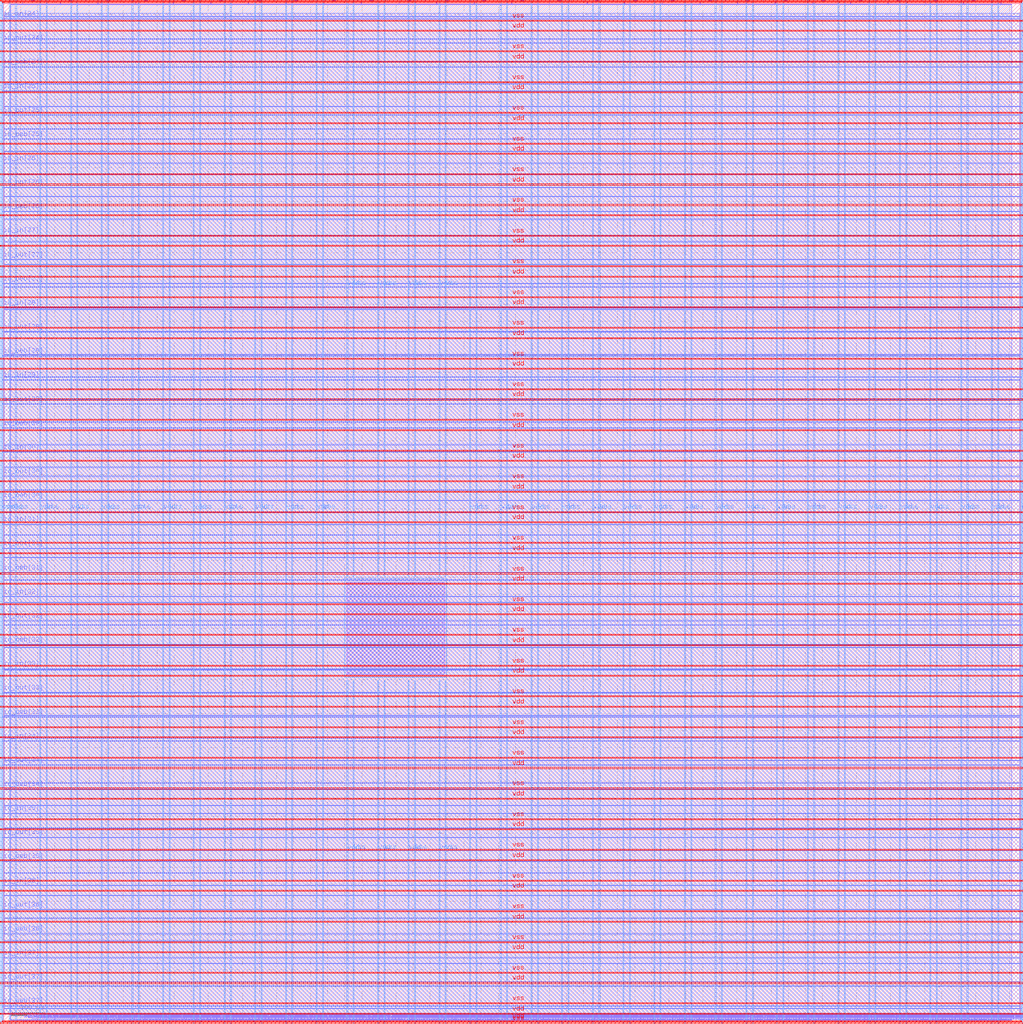
<source format=lef>
VERSION 5.7 ;
  NOWIREEXTENSIONATPIN ON ;
  DIVIDERCHAR "/" ;
  BUSBITCHARS "[]" ;
MACRO user_project_wrapper
  CLASS BLOCK ;
  FOREIGN user_project_wrapper ;
  ORIGIN 0.000 0.000 ;
  SIZE 2980.200 BY 2980.200 ;
  PIN io_in[0]
    DIRECTION INPUT ;
    USE SIGNAL ;
    PORT
      LAYER Metal3 ;
        RECT 2977.800 35.560 2985.000 36.680 ;
    END
  END io_in[0]
  PIN io_in[10]
    DIRECTION INPUT ;
    USE SIGNAL ;
    PORT
      LAYER Metal3 ;
        RECT 2977.800 2017.960 2985.000 2019.080 ;
    END
  END io_in[10]
  PIN io_in[11]
    DIRECTION INPUT ;
    USE SIGNAL ;
    PORT
      LAYER Metal3 ;
        RECT 2977.800 2216.200 2985.000 2217.320 ;
    END
  END io_in[11]
  PIN io_in[12]
    DIRECTION INPUT ;
    USE SIGNAL ;
    PORT
      LAYER Metal3 ;
        RECT 2977.800 2414.440 2985.000 2415.560 ;
    END
  END io_in[12]
  PIN io_in[13]
    DIRECTION INPUT ;
    USE SIGNAL ;
    PORT
      LAYER Metal3 ;
        RECT 2977.800 2612.680 2985.000 2613.800 ;
    END
  END io_in[13]
  PIN io_in[14]
    DIRECTION INPUT ;
    USE SIGNAL ;
    PORT
      LAYER Metal3 ;
        RECT 2977.800 2810.920 2985.000 2812.040 ;
    END
  END io_in[14]
  PIN io_in[15]
    DIRECTION INPUT ;
    USE SIGNAL ;
    PORT
      LAYER Metal2 ;
        RECT 2923.480 2977.800 2924.600 2985.000 ;
    END
  END io_in[15]
  PIN io_in[16]
    DIRECTION INPUT ;
    USE SIGNAL ;
    PORT
      LAYER Metal2 ;
        RECT 2592.520 2977.800 2593.640 2985.000 ;
    END
  END io_in[16]
  PIN io_in[17]
    DIRECTION INPUT ;
    USE SIGNAL ;
    PORT
      LAYER Metal2 ;
        RECT 2261.560 2977.800 2262.680 2985.000 ;
    END
  END io_in[17]
  PIN io_in[18]
    DIRECTION INPUT ;
    USE SIGNAL ;
    PORT
      LAYER Metal2 ;
        RECT 1930.600 2977.800 1931.720 2985.000 ;
    END
  END io_in[18]
  PIN io_in[19]
    DIRECTION INPUT ;
    USE SIGNAL ;
    PORT
      LAYER Metal2 ;
        RECT 1599.640 2977.800 1600.760 2985.000 ;
    END
  END io_in[19]
  PIN io_in[1]
    DIRECTION INPUT ;
    USE SIGNAL ;
    PORT
      LAYER Metal3 ;
        RECT 2977.800 233.800 2985.000 234.920 ;
    END
  END io_in[1]
  PIN io_in[20]
    DIRECTION INPUT ;
    USE SIGNAL ;
    PORT
      LAYER Metal2 ;
        RECT 1268.680 2977.800 1269.800 2985.000 ;
    END
  END io_in[20]
  PIN io_in[21]
    DIRECTION INPUT ;
    USE SIGNAL ;
    PORT
      LAYER Metal2 ;
        RECT 937.720 2977.800 938.840 2985.000 ;
    END
  END io_in[21]
  PIN io_in[22]
    DIRECTION INPUT ;
    USE SIGNAL ;
    PORT
      LAYER Metal2 ;
        RECT 606.760 2977.800 607.880 2985.000 ;
    END
  END io_in[22]
  PIN io_in[23]
    DIRECTION INPUT ;
    USE SIGNAL ;
    PORT
      LAYER Metal2 ;
        RECT 275.800 2977.800 276.920 2985.000 ;
    END
  END io_in[23]
  PIN io_in[24]
    DIRECTION INPUT ;
    USE SIGNAL ;
    PORT
      LAYER Metal3 ;
        RECT -4.800 2935.800 2.400 2936.920 ;
    END
  END io_in[24]
  PIN io_in[25]
    DIRECTION INPUT ;
    USE SIGNAL ;
    PORT
      LAYER Metal3 ;
        RECT -4.800 2724.120 2.400 2725.240 ;
    END
  END io_in[25]
  PIN io_in[26]
    DIRECTION INPUT ;
    USE SIGNAL ;
    PORT
      LAYER Metal3 ;
        RECT -4.800 2512.440 2.400 2513.560 ;
    END
  END io_in[26]
  PIN io_in[27]
    DIRECTION INPUT ;
    USE SIGNAL ;
    PORT
      LAYER Metal3 ;
        RECT -4.800 2300.760 2.400 2301.880 ;
    END
  END io_in[27]
  PIN io_in[28]
    DIRECTION INPUT ;
    USE SIGNAL ;
    PORT
      LAYER Metal3 ;
        RECT -4.800 2089.080 2.400 2090.200 ;
    END
  END io_in[28]
  PIN io_in[29]
    DIRECTION INPUT ;
    USE SIGNAL ;
    PORT
      LAYER Metal3 ;
        RECT -4.800 1877.400 2.400 1878.520 ;
    END
  END io_in[29]
  PIN io_in[2]
    DIRECTION INPUT ;
    USE SIGNAL ;
    PORT
      LAYER Metal3 ;
        RECT 2977.800 432.040 2985.000 433.160 ;
    END
  END io_in[2]
  PIN io_in[30]
    DIRECTION INPUT ;
    USE SIGNAL ;
    PORT
      LAYER Metal3 ;
        RECT -4.800 1665.720 2.400 1666.840 ;
    END
  END io_in[30]
  PIN io_in[31]
    DIRECTION INPUT ;
    USE SIGNAL ;
    PORT
      LAYER Metal3 ;
        RECT -4.800 1454.040 2.400 1455.160 ;
    END
  END io_in[31]
  PIN io_in[32]
    DIRECTION INPUT ;
    USE SIGNAL ;
    PORT
      LAYER Metal3 ;
        RECT -4.800 1242.360 2.400 1243.480 ;
    END
  END io_in[32]
  PIN io_in[33]
    DIRECTION INPUT ;
    USE SIGNAL ;
    PORT
      LAYER Metal3 ;
        RECT -4.800 1030.680 2.400 1031.800 ;
    END
  END io_in[33]
  PIN io_in[34]
    DIRECTION INPUT ;
    USE SIGNAL ;
    PORT
      LAYER Metal3 ;
        RECT -4.800 819.000 2.400 820.120 ;
    END
  END io_in[34]
  PIN io_in[35]
    DIRECTION INPUT ;
    USE SIGNAL ;
    PORT
      LAYER Metal3 ;
        RECT -4.800 607.320 2.400 608.440 ;
    END
  END io_in[35]
  PIN io_in[36]
    DIRECTION INPUT ;
    USE SIGNAL ;
    PORT
      LAYER Metal3 ;
        RECT -4.800 395.640 2.400 396.760 ;
    END
  END io_in[36]
  PIN io_in[37]
    DIRECTION INPUT ;
    USE SIGNAL ;
    PORT
      LAYER Metal3 ;
        RECT -4.800 183.960 2.400 185.080 ;
    END
  END io_in[37]
  PIN io_in[3]
    DIRECTION INPUT ;
    USE SIGNAL ;
    PORT
      LAYER Metal3 ;
        RECT 2977.800 630.280 2985.000 631.400 ;
    END
  END io_in[3]
  PIN io_in[4]
    DIRECTION INPUT ;
    USE SIGNAL ;
    PORT
      LAYER Metal3 ;
        RECT 2977.800 828.520 2985.000 829.640 ;
    END
  END io_in[4]
  PIN io_in[5]
    DIRECTION INPUT ;
    USE SIGNAL ;
    PORT
      LAYER Metal3 ;
        RECT 2977.800 1026.760 2985.000 1027.880 ;
    END
  END io_in[5]
  PIN io_in[6]
    DIRECTION INPUT ;
    USE SIGNAL ;
    PORT
      LAYER Metal3 ;
        RECT 2977.800 1225.000 2985.000 1226.120 ;
    END
  END io_in[6]
  PIN io_in[7]
    DIRECTION INPUT ;
    USE SIGNAL ;
    PORT
      LAYER Metal3 ;
        RECT 2977.800 1423.240 2985.000 1424.360 ;
    END
  END io_in[7]
  PIN io_in[8]
    DIRECTION INPUT ;
    USE SIGNAL ;
    PORT
      LAYER Metal3 ;
        RECT 2977.800 1621.480 2985.000 1622.600 ;
    END
  END io_in[8]
  PIN io_in[9]
    DIRECTION INPUT ;
    USE SIGNAL ;
    PORT
      LAYER Metal3 ;
        RECT 2977.800 1819.720 2985.000 1820.840 ;
    END
  END io_in[9]
  PIN io_oeb[0]
    DIRECTION OUTPUT TRISTATE ;
    USE SIGNAL ;
    PORT
      LAYER Metal3 ;
        RECT 2977.800 167.720 2985.000 168.840 ;
    END
  END io_oeb[0]
  PIN io_oeb[10]
    DIRECTION OUTPUT TRISTATE ;
    USE SIGNAL ;
    PORT
      LAYER Metal3 ;
        RECT 2977.800 2150.120 2985.000 2151.240 ;
    END
  END io_oeb[10]
  PIN io_oeb[11]
    DIRECTION OUTPUT TRISTATE ;
    USE SIGNAL ;
    PORT
      LAYER Metal3 ;
        RECT 2977.800 2348.360 2985.000 2349.480 ;
    END
  END io_oeb[11]
  PIN io_oeb[12]
    DIRECTION OUTPUT TRISTATE ;
    USE SIGNAL ;
    PORT
      LAYER Metal3 ;
        RECT 2977.800 2546.600 2985.000 2547.720 ;
    END
  END io_oeb[12]
  PIN io_oeb[13]
    DIRECTION OUTPUT TRISTATE ;
    USE SIGNAL ;
    PORT
      LAYER Metal3 ;
        RECT 2977.800 2744.840 2985.000 2745.960 ;
    END
  END io_oeb[13]
  PIN io_oeb[14]
    DIRECTION OUTPUT TRISTATE ;
    USE SIGNAL ;
    PORT
      LAYER Metal3 ;
        RECT 2977.800 2943.080 2985.000 2944.200 ;
    END
  END io_oeb[14]
  PIN io_oeb[15]
    DIRECTION OUTPUT TRISTATE ;
    USE SIGNAL ;
    PORT
      LAYER Metal2 ;
        RECT 2702.840 2977.800 2703.960 2985.000 ;
    END
  END io_oeb[15]
  PIN io_oeb[16]
    DIRECTION OUTPUT TRISTATE ;
    USE SIGNAL ;
    PORT
      LAYER Metal2 ;
        RECT 2371.880 2977.800 2373.000 2985.000 ;
    END
  END io_oeb[16]
  PIN io_oeb[17]
    DIRECTION OUTPUT TRISTATE ;
    USE SIGNAL ;
    PORT
      LAYER Metal2 ;
        RECT 2040.920 2977.800 2042.040 2985.000 ;
    END
  END io_oeb[17]
  PIN io_oeb[18]
    DIRECTION OUTPUT TRISTATE ;
    USE SIGNAL ;
    PORT
      LAYER Metal2 ;
        RECT 1709.960 2977.800 1711.080 2985.000 ;
    END
  END io_oeb[18]
  PIN io_oeb[19]
    DIRECTION OUTPUT TRISTATE ;
    USE SIGNAL ;
    PORT
      LAYER Metal2 ;
        RECT 1379.000 2977.800 1380.120 2985.000 ;
    END
  END io_oeb[19]
  PIN io_oeb[1]
    DIRECTION OUTPUT TRISTATE ;
    USE SIGNAL ;
    PORT
      LAYER Metal3 ;
        RECT 2977.800 365.960 2985.000 367.080 ;
    END
  END io_oeb[1]
  PIN io_oeb[20]
    DIRECTION OUTPUT TRISTATE ;
    USE SIGNAL ;
    PORT
      LAYER Metal2 ;
        RECT 1048.040 2977.800 1049.160 2985.000 ;
    END
  END io_oeb[20]
  PIN io_oeb[21]
    DIRECTION OUTPUT TRISTATE ;
    USE SIGNAL ;
    PORT
      LAYER Metal2 ;
        RECT 717.080 2977.800 718.200 2985.000 ;
    END
  END io_oeb[21]
  PIN io_oeb[22]
    DIRECTION OUTPUT TRISTATE ;
    USE SIGNAL ;
    PORT
      LAYER Metal2 ;
        RECT 386.120 2977.800 387.240 2985.000 ;
    END
  END io_oeb[22]
  PIN io_oeb[23]
    DIRECTION OUTPUT TRISTATE ;
    USE SIGNAL ;
    PORT
      LAYER Metal2 ;
        RECT 55.160 2977.800 56.280 2985.000 ;
    END
  END io_oeb[23]
  PIN io_oeb[24]
    DIRECTION OUTPUT TRISTATE ;
    USE SIGNAL ;
    PORT
      LAYER Metal3 ;
        RECT -4.800 2794.680 2.400 2795.800 ;
    END
  END io_oeb[24]
  PIN io_oeb[25]
    DIRECTION OUTPUT TRISTATE ;
    USE SIGNAL ;
    PORT
      LAYER Metal3 ;
        RECT -4.800 2583.000 2.400 2584.120 ;
    END
  END io_oeb[25]
  PIN io_oeb[26]
    DIRECTION OUTPUT TRISTATE ;
    USE SIGNAL ;
    PORT
      LAYER Metal3 ;
        RECT -4.800 2371.320 2.400 2372.440 ;
    END
  END io_oeb[26]
  PIN io_oeb[27]
    DIRECTION OUTPUT TRISTATE ;
    USE SIGNAL ;
    PORT
      LAYER Metal3 ;
        RECT -4.800 2159.640 2.400 2160.760 ;
    END
  END io_oeb[27]
  PIN io_oeb[28]
    DIRECTION OUTPUT TRISTATE ;
    USE SIGNAL ;
    PORT
      LAYER Metal3 ;
        RECT -4.800 1947.960 2.400 1949.080 ;
    END
  END io_oeb[28]
  PIN io_oeb[29]
    DIRECTION OUTPUT TRISTATE ;
    USE SIGNAL ;
    PORT
      LAYER Metal3 ;
        RECT -4.800 1736.280 2.400 1737.400 ;
    END
  END io_oeb[29]
  PIN io_oeb[2]
    DIRECTION OUTPUT TRISTATE ;
    USE SIGNAL ;
    PORT
      LAYER Metal3 ;
        RECT 2977.800 564.200 2985.000 565.320 ;
    END
  END io_oeb[2]
  PIN io_oeb[30]
    DIRECTION OUTPUT TRISTATE ;
    USE SIGNAL ;
    PORT
      LAYER Metal3 ;
        RECT -4.800 1524.600 2.400 1525.720 ;
    END
  END io_oeb[30]
  PIN io_oeb[31]
    DIRECTION OUTPUT TRISTATE ;
    USE SIGNAL ;
    PORT
      LAYER Metal3 ;
        RECT -4.800 1312.920 2.400 1314.040 ;
    END
  END io_oeb[31]
  PIN io_oeb[32]
    DIRECTION OUTPUT TRISTATE ;
    USE SIGNAL ;
    PORT
      LAYER Metal3 ;
        RECT -4.800 1101.240 2.400 1102.360 ;
    END
  END io_oeb[32]
  PIN io_oeb[33]
    DIRECTION OUTPUT TRISTATE ;
    USE SIGNAL ;
    PORT
      LAYER Metal3 ;
        RECT -4.800 889.560 2.400 890.680 ;
    END
  END io_oeb[33]
  PIN io_oeb[34]
    DIRECTION OUTPUT TRISTATE ;
    USE SIGNAL ;
    PORT
      LAYER Metal3 ;
        RECT -4.800 677.880 2.400 679.000 ;
    END
  END io_oeb[34]
  PIN io_oeb[35]
    DIRECTION OUTPUT TRISTATE ;
    USE SIGNAL ;
    PORT
      LAYER Metal3 ;
        RECT -4.800 466.200 2.400 467.320 ;
    END
  END io_oeb[35]
  PIN io_oeb[36]
    DIRECTION OUTPUT TRISTATE ;
    USE SIGNAL ;
    PORT
      LAYER Metal3 ;
        RECT -4.800 254.520 2.400 255.640 ;
    END
  END io_oeb[36]
  PIN io_oeb[37]
    DIRECTION OUTPUT TRISTATE ;
    USE SIGNAL ;
    PORT
      LAYER Metal3 ;
        RECT -4.800 42.840 2.400 43.960 ;
    END
  END io_oeb[37]
  PIN io_oeb[3]
    DIRECTION OUTPUT TRISTATE ;
    USE SIGNAL ;
    PORT
      LAYER Metal3 ;
        RECT 2977.800 762.440 2985.000 763.560 ;
    END
  END io_oeb[3]
  PIN io_oeb[4]
    DIRECTION OUTPUT TRISTATE ;
    USE SIGNAL ;
    PORT
      LAYER Metal3 ;
        RECT 2977.800 960.680 2985.000 961.800 ;
    END
  END io_oeb[4]
  PIN io_oeb[5]
    DIRECTION OUTPUT TRISTATE ;
    USE SIGNAL ;
    PORT
      LAYER Metal3 ;
        RECT 2977.800 1158.920 2985.000 1160.040 ;
    END
  END io_oeb[5]
  PIN io_oeb[6]
    DIRECTION OUTPUT TRISTATE ;
    USE SIGNAL ;
    PORT
      LAYER Metal3 ;
        RECT 2977.800 1357.160 2985.000 1358.280 ;
    END
  END io_oeb[6]
  PIN io_oeb[7]
    DIRECTION OUTPUT TRISTATE ;
    USE SIGNAL ;
    PORT
      LAYER Metal3 ;
        RECT 2977.800 1555.400 2985.000 1556.520 ;
    END
  END io_oeb[7]
  PIN io_oeb[8]
    DIRECTION OUTPUT TRISTATE ;
    USE SIGNAL ;
    PORT
      LAYER Metal3 ;
        RECT 2977.800 1753.640 2985.000 1754.760 ;
    END
  END io_oeb[8]
  PIN io_oeb[9]
    DIRECTION OUTPUT TRISTATE ;
    USE SIGNAL ;
    PORT
      LAYER Metal3 ;
        RECT 2977.800 1951.880 2985.000 1953.000 ;
    END
  END io_oeb[9]
  PIN io_out[0]
    DIRECTION OUTPUT TRISTATE ;
    USE SIGNAL ;
    PORT
      LAYER Metal3 ;
        RECT 2977.800 101.640 2985.000 102.760 ;
    END
  END io_out[0]
  PIN io_out[10]
    DIRECTION OUTPUT TRISTATE ;
    USE SIGNAL ;
    PORT
      LAYER Metal3 ;
        RECT 2977.800 2084.040 2985.000 2085.160 ;
    END
  END io_out[10]
  PIN io_out[11]
    DIRECTION OUTPUT TRISTATE ;
    USE SIGNAL ;
    PORT
      LAYER Metal3 ;
        RECT 2977.800 2282.280 2985.000 2283.400 ;
    END
  END io_out[11]
  PIN io_out[12]
    DIRECTION OUTPUT TRISTATE ;
    USE SIGNAL ;
    PORT
      LAYER Metal3 ;
        RECT 2977.800 2480.520 2985.000 2481.640 ;
    END
  END io_out[12]
  PIN io_out[13]
    DIRECTION OUTPUT TRISTATE ;
    USE SIGNAL ;
    PORT
      LAYER Metal3 ;
        RECT 2977.800 2678.760 2985.000 2679.880 ;
    END
  END io_out[13]
  PIN io_out[14]
    DIRECTION OUTPUT TRISTATE ;
    USE SIGNAL ;
    PORT
      LAYER Metal3 ;
        RECT 2977.800 2877.000 2985.000 2878.120 ;
    END
  END io_out[14]
  PIN io_out[15]
    DIRECTION OUTPUT TRISTATE ;
    USE SIGNAL ;
    PORT
      LAYER Metal2 ;
        RECT 2813.160 2977.800 2814.280 2985.000 ;
    END
  END io_out[15]
  PIN io_out[16]
    DIRECTION OUTPUT TRISTATE ;
    USE SIGNAL ;
    PORT
      LAYER Metal2 ;
        RECT 2482.200 2977.800 2483.320 2985.000 ;
    END
  END io_out[16]
  PIN io_out[17]
    DIRECTION OUTPUT TRISTATE ;
    USE SIGNAL ;
    PORT
      LAYER Metal2 ;
        RECT 2151.240 2977.800 2152.360 2985.000 ;
    END
  END io_out[17]
  PIN io_out[18]
    DIRECTION OUTPUT TRISTATE ;
    USE SIGNAL ;
    PORT
      LAYER Metal2 ;
        RECT 1820.280 2977.800 1821.400 2985.000 ;
    END
  END io_out[18]
  PIN io_out[19]
    DIRECTION OUTPUT TRISTATE ;
    USE SIGNAL ;
    PORT
      LAYER Metal2 ;
        RECT 1489.320 2977.800 1490.440 2985.000 ;
    END
  END io_out[19]
  PIN io_out[1]
    DIRECTION OUTPUT TRISTATE ;
    USE SIGNAL ;
    PORT
      LAYER Metal3 ;
        RECT 2977.800 299.880 2985.000 301.000 ;
    END
  END io_out[1]
  PIN io_out[20]
    DIRECTION OUTPUT TRISTATE ;
    USE SIGNAL ;
    PORT
      LAYER Metal2 ;
        RECT 1158.360 2977.800 1159.480 2985.000 ;
    END
  END io_out[20]
  PIN io_out[21]
    DIRECTION OUTPUT TRISTATE ;
    USE SIGNAL ;
    PORT
      LAYER Metal2 ;
        RECT 827.400 2977.800 828.520 2985.000 ;
    END
  END io_out[21]
  PIN io_out[22]
    DIRECTION OUTPUT TRISTATE ;
    USE SIGNAL ;
    PORT
      LAYER Metal2 ;
        RECT 496.440 2977.800 497.560 2985.000 ;
    END
  END io_out[22]
  PIN io_out[23]
    DIRECTION OUTPUT TRISTATE ;
    USE SIGNAL ;
    PORT
      LAYER Metal2 ;
        RECT 165.480 2977.800 166.600 2985.000 ;
    END
  END io_out[23]
  PIN io_out[24]
    DIRECTION OUTPUT TRISTATE ;
    USE SIGNAL ;
    PORT
      LAYER Metal3 ;
        RECT -4.800 2865.240 2.400 2866.360 ;
    END
  END io_out[24]
  PIN io_out[25]
    DIRECTION OUTPUT TRISTATE ;
    USE SIGNAL ;
    PORT
      LAYER Metal3 ;
        RECT -4.800 2653.560 2.400 2654.680 ;
    END
  END io_out[25]
  PIN io_out[26]
    DIRECTION OUTPUT TRISTATE ;
    USE SIGNAL ;
    PORT
      LAYER Metal3 ;
        RECT -4.800 2441.880 2.400 2443.000 ;
    END
  END io_out[26]
  PIN io_out[27]
    DIRECTION OUTPUT TRISTATE ;
    USE SIGNAL ;
    PORT
      LAYER Metal3 ;
        RECT -4.800 2230.200 2.400 2231.320 ;
    END
  END io_out[27]
  PIN io_out[28]
    DIRECTION OUTPUT TRISTATE ;
    USE SIGNAL ;
    PORT
      LAYER Metal3 ;
        RECT -4.800 2018.520 2.400 2019.640 ;
    END
  END io_out[28]
  PIN io_out[29]
    DIRECTION OUTPUT TRISTATE ;
    USE SIGNAL ;
    PORT
      LAYER Metal3 ;
        RECT -4.800 1806.840 2.400 1807.960 ;
    END
  END io_out[29]
  PIN io_out[2]
    DIRECTION OUTPUT TRISTATE ;
    USE SIGNAL ;
    PORT
      LAYER Metal3 ;
        RECT 2977.800 498.120 2985.000 499.240 ;
    END
  END io_out[2]
  PIN io_out[30]
    DIRECTION OUTPUT TRISTATE ;
    USE SIGNAL ;
    PORT
      LAYER Metal3 ;
        RECT -4.800 1595.160 2.400 1596.280 ;
    END
  END io_out[30]
  PIN io_out[31]
    DIRECTION OUTPUT TRISTATE ;
    USE SIGNAL ;
    PORT
      LAYER Metal3 ;
        RECT -4.800 1383.480 2.400 1384.600 ;
    END
  END io_out[31]
  PIN io_out[32]
    DIRECTION OUTPUT TRISTATE ;
    USE SIGNAL ;
    PORT
      LAYER Metal3 ;
        RECT -4.800 1171.800 2.400 1172.920 ;
    END
  END io_out[32]
  PIN io_out[33]
    DIRECTION OUTPUT TRISTATE ;
    USE SIGNAL ;
    PORT
      LAYER Metal3 ;
        RECT -4.800 960.120 2.400 961.240 ;
    END
  END io_out[33]
  PIN io_out[34]
    DIRECTION OUTPUT TRISTATE ;
    USE SIGNAL ;
    PORT
      LAYER Metal3 ;
        RECT -4.800 748.440 2.400 749.560 ;
    END
  END io_out[34]
  PIN io_out[35]
    DIRECTION OUTPUT TRISTATE ;
    USE SIGNAL ;
    PORT
      LAYER Metal3 ;
        RECT -4.800 536.760 2.400 537.880 ;
    END
  END io_out[35]
  PIN io_out[36]
    DIRECTION OUTPUT TRISTATE ;
    USE SIGNAL ;
    PORT
      LAYER Metal3 ;
        RECT -4.800 325.080 2.400 326.200 ;
    END
  END io_out[36]
  PIN io_out[37]
    DIRECTION OUTPUT TRISTATE ;
    USE SIGNAL ;
    PORT
      LAYER Metal3 ;
        RECT -4.800 113.400 2.400 114.520 ;
    END
  END io_out[37]
  PIN io_out[3]
    DIRECTION OUTPUT TRISTATE ;
    USE SIGNAL ;
    PORT
      LAYER Metal3 ;
        RECT 2977.800 696.360 2985.000 697.480 ;
    END
  END io_out[3]
  PIN io_out[4]
    DIRECTION OUTPUT TRISTATE ;
    USE SIGNAL ;
    PORT
      LAYER Metal3 ;
        RECT 2977.800 894.600 2985.000 895.720 ;
    END
  END io_out[4]
  PIN io_out[5]
    DIRECTION OUTPUT TRISTATE ;
    USE SIGNAL ;
    PORT
      LAYER Metal3 ;
        RECT 2977.800 1092.840 2985.000 1093.960 ;
    END
  END io_out[5]
  PIN io_out[6]
    DIRECTION OUTPUT TRISTATE ;
    USE SIGNAL ;
    PORT
      LAYER Metal3 ;
        RECT 2977.800 1291.080 2985.000 1292.200 ;
    END
  END io_out[6]
  PIN io_out[7]
    DIRECTION OUTPUT TRISTATE ;
    USE SIGNAL ;
    PORT
      LAYER Metal3 ;
        RECT 2977.800 1489.320 2985.000 1490.440 ;
    END
  END io_out[7]
  PIN io_out[8]
    DIRECTION OUTPUT TRISTATE ;
    USE SIGNAL ;
    PORT
      LAYER Metal3 ;
        RECT 2977.800 1687.560 2985.000 1688.680 ;
    END
  END io_out[8]
  PIN io_out[9]
    DIRECTION OUTPUT TRISTATE ;
    USE SIGNAL ;
    PORT
      LAYER Metal3 ;
        RECT 2977.800 1885.800 2985.000 1886.920 ;
    END
  END io_out[9]
  PIN la_data_in[0]
    DIRECTION INPUT ;
    USE SIGNAL ;
    PORT
      LAYER Metal2 ;
        RECT 1065.960 -4.800 1067.080 2.400 ;
    END
  END la_data_in[0]
  PIN la_data_in[10]
    DIRECTION INPUT ;
    USE SIGNAL ;
    PORT
      LAYER Metal2 ;
        RECT 1351.560 -4.800 1352.680 2.400 ;
    END
  END la_data_in[10]
  PIN la_data_in[11]
    DIRECTION INPUT ;
    USE SIGNAL ;
    PORT
      LAYER Metal2 ;
        RECT 1380.120 -4.800 1381.240 2.400 ;
    END
  END la_data_in[11]
  PIN la_data_in[12]
    DIRECTION INPUT ;
    USE SIGNAL ;
    PORT
      LAYER Metal2 ;
        RECT 1408.680 -4.800 1409.800 2.400 ;
    END
  END la_data_in[12]
  PIN la_data_in[13]
    DIRECTION INPUT ;
    USE SIGNAL ;
    PORT
      LAYER Metal2 ;
        RECT 1437.240 -4.800 1438.360 2.400 ;
    END
  END la_data_in[13]
  PIN la_data_in[14]
    DIRECTION INPUT ;
    USE SIGNAL ;
    PORT
      LAYER Metal2 ;
        RECT 1465.800 -4.800 1466.920 2.400 ;
    END
  END la_data_in[14]
  PIN la_data_in[15]
    DIRECTION INPUT ;
    USE SIGNAL ;
    PORT
      LAYER Metal2 ;
        RECT 1494.360 -4.800 1495.480 2.400 ;
    END
  END la_data_in[15]
  PIN la_data_in[16]
    DIRECTION INPUT ;
    USE SIGNAL ;
    PORT
      LAYER Metal2 ;
        RECT 1522.920 -4.800 1524.040 2.400 ;
    END
  END la_data_in[16]
  PIN la_data_in[17]
    DIRECTION INPUT ;
    USE SIGNAL ;
    PORT
      LAYER Metal2 ;
        RECT 1551.480 -4.800 1552.600 2.400 ;
    END
  END la_data_in[17]
  PIN la_data_in[18]
    DIRECTION INPUT ;
    USE SIGNAL ;
    PORT
      LAYER Metal2 ;
        RECT 1580.040 -4.800 1581.160 2.400 ;
    END
  END la_data_in[18]
  PIN la_data_in[19]
    DIRECTION INPUT ;
    USE SIGNAL ;
    PORT
      LAYER Metal2 ;
        RECT 1608.600 -4.800 1609.720 2.400 ;
    END
  END la_data_in[19]
  PIN la_data_in[1]
    DIRECTION INPUT ;
    USE SIGNAL ;
    PORT
      LAYER Metal2 ;
        RECT 1094.520 -4.800 1095.640 2.400 ;
    END
  END la_data_in[1]
  PIN la_data_in[20]
    DIRECTION INPUT ;
    USE SIGNAL ;
    PORT
      LAYER Metal2 ;
        RECT 1637.160 -4.800 1638.280 2.400 ;
    END
  END la_data_in[20]
  PIN la_data_in[21]
    DIRECTION INPUT ;
    USE SIGNAL ;
    PORT
      LAYER Metal2 ;
        RECT 1665.720 -4.800 1666.840 2.400 ;
    END
  END la_data_in[21]
  PIN la_data_in[22]
    DIRECTION INPUT ;
    USE SIGNAL ;
    PORT
      LAYER Metal2 ;
        RECT 1694.280 -4.800 1695.400 2.400 ;
    END
  END la_data_in[22]
  PIN la_data_in[23]
    DIRECTION INPUT ;
    USE SIGNAL ;
    PORT
      LAYER Metal2 ;
        RECT 1722.840 -4.800 1723.960 2.400 ;
    END
  END la_data_in[23]
  PIN la_data_in[24]
    DIRECTION INPUT ;
    USE SIGNAL ;
    PORT
      LAYER Metal2 ;
        RECT 1751.400 -4.800 1752.520 2.400 ;
    END
  END la_data_in[24]
  PIN la_data_in[25]
    DIRECTION INPUT ;
    USE SIGNAL ;
    PORT
      LAYER Metal2 ;
        RECT 1779.960 -4.800 1781.080 2.400 ;
    END
  END la_data_in[25]
  PIN la_data_in[26]
    DIRECTION INPUT ;
    USE SIGNAL ;
    PORT
      LAYER Metal2 ;
        RECT 1808.520 -4.800 1809.640 2.400 ;
    END
  END la_data_in[26]
  PIN la_data_in[27]
    DIRECTION INPUT ;
    USE SIGNAL ;
    PORT
      LAYER Metal2 ;
        RECT 1837.080 -4.800 1838.200 2.400 ;
    END
  END la_data_in[27]
  PIN la_data_in[28]
    DIRECTION INPUT ;
    USE SIGNAL ;
    PORT
      LAYER Metal2 ;
        RECT 1865.640 -4.800 1866.760 2.400 ;
    END
  END la_data_in[28]
  PIN la_data_in[29]
    DIRECTION INPUT ;
    USE SIGNAL ;
    PORT
      LAYER Metal2 ;
        RECT 1894.200 -4.800 1895.320 2.400 ;
    END
  END la_data_in[29]
  PIN la_data_in[2]
    DIRECTION INPUT ;
    USE SIGNAL ;
    PORT
      LAYER Metal2 ;
        RECT 1123.080 -4.800 1124.200 2.400 ;
    END
  END la_data_in[2]
  PIN la_data_in[30]
    DIRECTION INPUT ;
    USE SIGNAL ;
    PORT
      LAYER Metal2 ;
        RECT 1922.760 -4.800 1923.880 2.400 ;
    END
  END la_data_in[30]
  PIN la_data_in[31]
    DIRECTION INPUT ;
    USE SIGNAL ;
    PORT
      LAYER Metal2 ;
        RECT 1951.320 -4.800 1952.440 2.400 ;
    END
  END la_data_in[31]
  PIN la_data_in[32]
    DIRECTION INPUT ;
    USE SIGNAL ;
    PORT
      LAYER Metal2 ;
        RECT 1979.880 -4.800 1981.000 2.400 ;
    END
  END la_data_in[32]
  PIN la_data_in[33]
    DIRECTION INPUT ;
    USE SIGNAL ;
    PORT
      LAYER Metal2 ;
        RECT 2008.440 -4.800 2009.560 2.400 ;
    END
  END la_data_in[33]
  PIN la_data_in[34]
    DIRECTION INPUT ;
    USE SIGNAL ;
    PORT
      LAYER Metal2 ;
        RECT 2037.000 -4.800 2038.120 2.400 ;
    END
  END la_data_in[34]
  PIN la_data_in[35]
    DIRECTION INPUT ;
    USE SIGNAL ;
    PORT
      LAYER Metal2 ;
        RECT 2065.560 -4.800 2066.680 2.400 ;
    END
  END la_data_in[35]
  PIN la_data_in[36]
    DIRECTION INPUT ;
    USE SIGNAL ;
    PORT
      LAYER Metal2 ;
        RECT 2094.120 -4.800 2095.240 2.400 ;
    END
  END la_data_in[36]
  PIN la_data_in[37]
    DIRECTION INPUT ;
    USE SIGNAL ;
    PORT
      LAYER Metal2 ;
        RECT 2122.680 -4.800 2123.800 2.400 ;
    END
  END la_data_in[37]
  PIN la_data_in[38]
    DIRECTION INPUT ;
    USE SIGNAL ;
    PORT
      LAYER Metal2 ;
        RECT 2151.240 -4.800 2152.360 2.400 ;
    END
  END la_data_in[38]
  PIN la_data_in[39]
    DIRECTION INPUT ;
    USE SIGNAL ;
    PORT
      LAYER Metal2 ;
        RECT 2179.800 -4.800 2180.920 2.400 ;
    END
  END la_data_in[39]
  PIN la_data_in[3]
    DIRECTION INPUT ;
    USE SIGNAL ;
    PORT
      LAYER Metal2 ;
        RECT 1151.640 -4.800 1152.760 2.400 ;
    END
  END la_data_in[3]
  PIN la_data_in[40]
    DIRECTION INPUT ;
    USE SIGNAL ;
    PORT
      LAYER Metal2 ;
        RECT 2208.360 -4.800 2209.480 2.400 ;
    END
  END la_data_in[40]
  PIN la_data_in[41]
    DIRECTION INPUT ;
    USE SIGNAL ;
    PORT
      LAYER Metal2 ;
        RECT 2236.920 -4.800 2238.040 2.400 ;
    END
  END la_data_in[41]
  PIN la_data_in[42]
    DIRECTION INPUT ;
    USE SIGNAL ;
    PORT
      LAYER Metal2 ;
        RECT 2265.480 -4.800 2266.600 2.400 ;
    END
  END la_data_in[42]
  PIN la_data_in[43]
    DIRECTION INPUT ;
    USE SIGNAL ;
    PORT
      LAYER Metal2 ;
        RECT 2294.040 -4.800 2295.160 2.400 ;
    END
  END la_data_in[43]
  PIN la_data_in[44]
    DIRECTION INPUT ;
    USE SIGNAL ;
    PORT
      LAYER Metal2 ;
        RECT 2322.600 -4.800 2323.720 2.400 ;
    END
  END la_data_in[44]
  PIN la_data_in[45]
    DIRECTION INPUT ;
    USE SIGNAL ;
    PORT
      LAYER Metal2 ;
        RECT 2351.160 -4.800 2352.280 2.400 ;
    END
  END la_data_in[45]
  PIN la_data_in[46]
    DIRECTION INPUT ;
    USE SIGNAL ;
    PORT
      LAYER Metal2 ;
        RECT 2379.720 -4.800 2380.840 2.400 ;
    END
  END la_data_in[46]
  PIN la_data_in[47]
    DIRECTION INPUT ;
    USE SIGNAL ;
    PORT
      LAYER Metal2 ;
        RECT 2408.280 -4.800 2409.400 2.400 ;
    END
  END la_data_in[47]
  PIN la_data_in[48]
    DIRECTION INPUT ;
    USE SIGNAL ;
    PORT
      LAYER Metal2 ;
        RECT 2436.840 -4.800 2437.960 2.400 ;
    END
  END la_data_in[48]
  PIN la_data_in[49]
    DIRECTION INPUT ;
    USE SIGNAL ;
    PORT
      LAYER Metal2 ;
        RECT 2465.400 -4.800 2466.520 2.400 ;
    END
  END la_data_in[49]
  PIN la_data_in[4]
    DIRECTION INPUT ;
    USE SIGNAL ;
    PORT
      LAYER Metal2 ;
        RECT 1180.200 -4.800 1181.320 2.400 ;
    END
  END la_data_in[4]
  PIN la_data_in[50]
    DIRECTION INPUT ;
    USE SIGNAL ;
    PORT
      LAYER Metal2 ;
        RECT 2493.960 -4.800 2495.080 2.400 ;
    END
  END la_data_in[50]
  PIN la_data_in[51]
    DIRECTION INPUT ;
    USE SIGNAL ;
    PORT
      LAYER Metal2 ;
        RECT 2522.520 -4.800 2523.640 2.400 ;
    END
  END la_data_in[51]
  PIN la_data_in[52]
    DIRECTION INPUT ;
    USE SIGNAL ;
    PORT
      LAYER Metal2 ;
        RECT 2551.080 -4.800 2552.200 2.400 ;
    END
  END la_data_in[52]
  PIN la_data_in[53]
    DIRECTION INPUT ;
    USE SIGNAL ;
    PORT
      LAYER Metal2 ;
        RECT 2579.640 -4.800 2580.760 2.400 ;
    END
  END la_data_in[53]
  PIN la_data_in[54]
    DIRECTION INPUT ;
    USE SIGNAL ;
    PORT
      LAYER Metal2 ;
        RECT 2608.200 -4.800 2609.320 2.400 ;
    END
  END la_data_in[54]
  PIN la_data_in[55]
    DIRECTION INPUT ;
    USE SIGNAL ;
    PORT
      LAYER Metal2 ;
        RECT 2636.760 -4.800 2637.880 2.400 ;
    END
  END la_data_in[55]
  PIN la_data_in[56]
    DIRECTION INPUT ;
    USE SIGNAL ;
    PORT
      LAYER Metal2 ;
        RECT 2665.320 -4.800 2666.440 2.400 ;
    END
  END la_data_in[56]
  PIN la_data_in[57]
    DIRECTION INPUT ;
    USE SIGNAL ;
    PORT
      LAYER Metal2 ;
        RECT 2693.880 -4.800 2695.000 2.400 ;
    END
  END la_data_in[57]
  PIN la_data_in[58]
    DIRECTION INPUT ;
    USE SIGNAL ;
    PORT
      LAYER Metal2 ;
        RECT 2722.440 -4.800 2723.560 2.400 ;
    END
  END la_data_in[58]
  PIN la_data_in[59]
    DIRECTION INPUT ;
    USE SIGNAL ;
    PORT
      LAYER Metal2 ;
        RECT 2751.000 -4.800 2752.120 2.400 ;
    END
  END la_data_in[59]
  PIN la_data_in[5]
    DIRECTION INPUT ;
    USE SIGNAL ;
    PORT
      LAYER Metal2 ;
        RECT 1208.760 -4.800 1209.880 2.400 ;
    END
  END la_data_in[5]
  PIN la_data_in[60]
    DIRECTION INPUT ;
    USE SIGNAL ;
    PORT
      LAYER Metal2 ;
        RECT 2779.560 -4.800 2780.680 2.400 ;
    END
  END la_data_in[60]
  PIN la_data_in[61]
    DIRECTION INPUT ;
    USE SIGNAL ;
    PORT
      LAYER Metal2 ;
        RECT 2808.120 -4.800 2809.240 2.400 ;
    END
  END la_data_in[61]
  PIN la_data_in[62]
    DIRECTION INPUT ;
    USE SIGNAL ;
    PORT
      LAYER Metal2 ;
        RECT 2836.680 -4.800 2837.800 2.400 ;
    END
  END la_data_in[62]
  PIN la_data_in[63]
    DIRECTION INPUT ;
    USE SIGNAL ;
    PORT
      LAYER Metal2 ;
        RECT 2865.240 -4.800 2866.360 2.400 ;
    END
  END la_data_in[63]
  PIN la_data_in[6]
    DIRECTION INPUT ;
    USE SIGNAL ;
    PORT
      LAYER Metal2 ;
        RECT 1237.320 -4.800 1238.440 2.400 ;
    END
  END la_data_in[6]
  PIN la_data_in[7]
    DIRECTION INPUT ;
    USE SIGNAL ;
    PORT
      LAYER Metal2 ;
        RECT 1265.880 -4.800 1267.000 2.400 ;
    END
  END la_data_in[7]
  PIN la_data_in[8]
    DIRECTION INPUT ;
    USE SIGNAL ;
    PORT
      LAYER Metal2 ;
        RECT 1294.440 -4.800 1295.560 2.400 ;
    END
  END la_data_in[8]
  PIN la_data_in[9]
    DIRECTION INPUT ;
    USE SIGNAL ;
    PORT
      LAYER Metal2 ;
        RECT 1323.000 -4.800 1324.120 2.400 ;
    END
  END la_data_in[9]
  PIN la_data_out[0]
    DIRECTION OUTPUT TRISTATE ;
    USE SIGNAL ;
    PORT
      LAYER Metal2 ;
        RECT 1075.480 -4.800 1076.600 2.400 ;
    END
  END la_data_out[0]
  PIN la_data_out[10]
    DIRECTION OUTPUT TRISTATE ;
    USE SIGNAL ;
    PORT
      LAYER Metal2 ;
        RECT 1361.080 -4.800 1362.200 2.400 ;
    END
  END la_data_out[10]
  PIN la_data_out[11]
    DIRECTION OUTPUT TRISTATE ;
    USE SIGNAL ;
    PORT
      LAYER Metal2 ;
        RECT 1389.640 -4.800 1390.760 2.400 ;
    END
  END la_data_out[11]
  PIN la_data_out[12]
    DIRECTION OUTPUT TRISTATE ;
    USE SIGNAL ;
    PORT
      LAYER Metal2 ;
        RECT 1418.200 -4.800 1419.320 2.400 ;
    END
  END la_data_out[12]
  PIN la_data_out[13]
    DIRECTION OUTPUT TRISTATE ;
    USE SIGNAL ;
    PORT
      LAYER Metal2 ;
        RECT 1446.760 -4.800 1447.880 2.400 ;
    END
  END la_data_out[13]
  PIN la_data_out[14]
    DIRECTION OUTPUT TRISTATE ;
    USE SIGNAL ;
    PORT
      LAYER Metal2 ;
        RECT 1475.320 -4.800 1476.440 2.400 ;
    END
  END la_data_out[14]
  PIN la_data_out[15]
    DIRECTION OUTPUT TRISTATE ;
    USE SIGNAL ;
    PORT
      LAYER Metal2 ;
        RECT 1503.880 -4.800 1505.000 2.400 ;
    END
  END la_data_out[15]
  PIN la_data_out[16]
    DIRECTION OUTPUT TRISTATE ;
    USE SIGNAL ;
    PORT
      LAYER Metal2 ;
        RECT 1532.440 -4.800 1533.560 2.400 ;
    END
  END la_data_out[16]
  PIN la_data_out[17]
    DIRECTION OUTPUT TRISTATE ;
    USE SIGNAL ;
    PORT
      LAYER Metal2 ;
        RECT 1561.000 -4.800 1562.120 2.400 ;
    END
  END la_data_out[17]
  PIN la_data_out[18]
    DIRECTION OUTPUT TRISTATE ;
    USE SIGNAL ;
    PORT
      LAYER Metal2 ;
        RECT 1589.560 -4.800 1590.680 2.400 ;
    END
  END la_data_out[18]
  PIN la_data_out[19]
    DIRECTION OUTPUT TRISTATE ;
    USE SIGNAL ;
    PORT
      LAYER Metal2 ;
        RECT 1618.120 -4.800 1619.240 2.400 ;
    END
  END la_data_out[19]
  PIN la_data_out[1]
    DIRECTION OUTPUT TRISTATE ;
    USE SIGNAL ;
    PORT
      LAYER Metal2 ;
        RECT 1104.040 -4.800 1105.160 2.400 ;
    END
  END la_data_out[1]
  PIN la_data_out[20]
    DIRECTION OUTPUT TRISTATE ;
    USE SIGNAL ;
    PORT
      LAYER Metal2 ;
        RECT 1646.680 -4.800 1647.800 2.400 ;
    END
  END la_data_out[20]
  PIN la_data_out[21]
    DIRECTION OUTPUT TRISTATE ;
    USE SIGNAL ;
    PORT
      LAYER Metal2 ;
        RECT 1675.240 -4.800 1676.360 2.400 ;
    END
  END la_data_out[21]
  PIN la_data_out[22]
    DIRECTION OUTPUT TRISTATE ;
    USE SIGNAL ;
    PORT
      LAYER Metal2 ;
        RECT 1703.800 -4.800 1704.920 2.400 ;
    END
  END la_data_out[22]
  PIN la_data_out[23]
    DIRECTION OUTPUT TRISTATE ;
    USE SIGNAL ;
    PORT
      LAYER Metal2 ;
        RECT 1732.360 -4.800 1733.480 2.400 ;
    END
  END la_data_out[23]
  PIN la_data_out[24]
    DIRECTION OUTPUT TRISTATE ;
    USE SIGNAL ;
    PORT
      LAYER Metal2 ;
        RECT 1760.920 -4.800 1762.040 2.400 ;
    END
  END la_data_out[24]
  PIN la_data_out[25]
    DIRECTION OUTPUT TRISTATE ;
    USE SIGNAL ;
    PORT
      LAYER Metal2 ;
        RECT 1789.480 -4.800 1790.600 2.400 ;
    END
  END la_data_out[25]
  PIN la_data_out[26]
    DIRECTION OUTPUT TRISTATE ;
    USE SIGNAL ;
    PORT
      LAYER Metal2 ;
        RECT 1818.040 -4.800 1819.160 2.400 ;
    END
  END la_data_out[26]
  PIN la_data_out[27]
    DIRECTION OUTPUT TRISTATE ;
    USE SIGNAL ;
    PORT
      LAYER Metal2 ;
        RECT 1846.600 -4.800 1847.720 2.400 ;
    END
  END la_data_out[27]
  PIN la_data_out[28]
    DIRECTION OUTPUT TRISTATE ;
    USE SIGNAL ;
    PORT
      LAYER Metal2 ;
        RECT 1875.160 -4.800 1876.280 2.400 ;
    END
  END la_data_out[28]
  PIN la_data_out[29]
    DIRECTION OUTPUT TRISTATE ;
    USE SIGNAL ;
    PORT
      LAYER Metal2 ;
        RECT 1903.720 -4.800 1904.840 2.400 ;
    END
  END la_data_out[29]
  PIN la_data_out[2]
    DIRECTION OUTPUT TRISTATE ;
    USE SIGNAL ;
    PORT
      LAYER Metal2 ;
        RECT 1132.600 -4.800 1133.720 2.400 ;
    END
  END la_data_out[2]
  PIN la_data_out[30]
    DIRECTION OUTPUT TRISTATE ;
    USE SIGNAL ;
    PORT
      LAYER Metal2 ;
        RECT 1932.280 -4.800 1933.400 2.400 ;
    END
  END la_data_out[30]
  PIN la_data_out[31]
    DIRECTION OUTPUT TRISTATE ;
    USE SIGNAL ;
    PORT
      LAYER Metal2 ;
        RECT 1960.840 -4.800 1961.960 2.400 ;
    END
  END la_data_out[31]
  PIN la_data_out[32]
    DIRECTION OUTPUT TRISTATE ;
    USE SIGNAL ;
    PORT
      LAYER Metal2 ;
        RECT 1989.400 -4.800 1990.520 2.400 ;
    END
  END la_data_out[32]
  PIN la_data_out[33]
    DIRECTION OUTPUT TRISTATE ;
    USE SIGNAL ;
    PORT
      LAYER Metal2 ;
        RECT 2017.960 -4.800 2019.080 2.400 ;
    END
  END la_data_out[33]
  PIN la_data_out[34]
    DIRECTION OUTPUT TRISTATE ;
    USE SIGNAL ;
    PORT
      LAYER Metal2 ;
        RECT 2046.520 -4.800 2047.640 2.400 ;
    END
  END la_data_out[34]
  PIN la_data_out[35]
    DIRECTION OUTPUT TRISTATE ;
    USE SIGNAL ;
    PORT
      LAYER Metal2 ;
        RECT 2075.080 -4.800 2076.200 2.400 ;
    END
  END la_data_out[35]
  PIN la_data_out[36]
    DIRECTION OUTPUT TRISTATE ;
    USE SIGNAL ;
    PORT
      LAYER Metal2 ;
        RECT 2103.640 -4.800 2104.760 2.400 ;
    END
  END la_data_out[36]
  PIN la_data_out[37]
    DIRECTION OUTPUT TRISTATE ;
    USE SIGNAL ;
    PORT
      LAYER Metal2 ;
        RECT 2132.200 -4.800 2133.320 2.400 ;
    END
  END la_data_out[37]
  PIN la_data_out[38]
    DIRECTION OUTPUT TRISTATE ;
    USE SIGNAL ;
    PORT
      LAYER Metal2 ;
        RECT 2160.760 -4.800 2161.880 2.400 ;
    END
  END la_data_out[38]
  PIN la_data_out[39]
    DIRECTION OUTPUT TRISTATE ;
    USE SIGNAL ;
    PORT
      LAYER Metal2 ;
        RECT 2189.320 -4.800 2190.440 2.400 ;
    END
  END la_data_out[39]
  PIN la_data_out[3]
    DIRECTION OUTPUT TRISTATE ;
    USE SIGNAL ;
    PORT
      LAYER Metal2 ;
        RECT 1161.160 -4.800 1162.280 2.400 ;
    END
  END la_data_out[3]
  PIN la_data_out[40]
    DIRECTION OUTPUT TRISTATE ;
    USE SIGNAL ;
    PORT
      LAYER Metal2 ;
        RECT 2217.880 -4.800 2219.000 2.400 ;
    END
  END la_data_out[40]
  PIN la_data_out[41]
    DIRECTION OUTPUT TRISTATE ;
    USE SIGNAL ;
    PORT
      LAYER Metal2 ;
        RECT 2246.440 -4.800 2247.560 2.400 ;
    END
  END la_data_out[41]
  PIN la_data_out[42]
    DIRECTION OUTPUT TRISTATE ;
    USE SIGNAL ;
    PORT
      LAYER Metal2 ;
        RECT 2275.000 -4.800 2276.120 2.400 ;
    END
  END la_data_out[42]
  PIN la_data_out[43]
    DIRECTION OUTPUT TRISTATE ;
    USE SIGNAL ;
    PORT
      LAYER Metal2 ;
        RECT 2303.560 -4.800 2304.680 2.400 ;
    END
  END la_data_out[43]
  PIN la_data_out[44]
    DIRECTION OUTPUT TRISTATE ;
    USE SIGNAL ;
    PORT
      LAYER Metal2 ;
        RECT 2332.120 -4.800 2333.240 2.400 ;
    END
  END la_data_out[44]
  PIN la_data_out[45]
    DIRECTION OUTPUT TRISTATE ;
    USE SIGNAL ;
    PORT
      LAYER Metal2 ;
        RECT 2360.680 -4.800 2361.800 2.400 ;
    END
  END la_data_out[45]
  PIN la_data_out[46]
    DIRECTION OUTPUT TRISTATE ;
    USE SIGNAL ;
    PORT
      LAYER Metal2 ;
        RECT 2389.240 -4.800 2390.360 2.400 ;
    END
  END la_data_out[46]
  PIN la_data_out[47]
    DIRECTION OUTPUT TRISTATE ;
    USE SIGNAL ;
    PORT
      LAYER Metal2 ;
        RECT 2417.800 -4.800 2418.920 2.400 ;
    END
  END la_data_out[47]
  PIN la_data_out[48]
    DIRECTION OUTPUT TRISTATE ;
    USE SIGNAL ;
    PORT
      LAYER Metal2 ;
        RECT 2446.360 -4.800 2447.480 2.400 ;
    END
  END la_data_out[48]
  PIN la_data_out[49]
    DIRECTION OUTPUT TRISTATE ;
    USE SIGNAL ;
    PORT
      LAYER Metal2 ;
        RECT 2474.920 -4.800 2476.040 2.400 ;
    END
  END la_data_out[49]
  PIN la_data_out[4]
    DIRECTION OUTPUT TRISTATE ;
    USE SIGNAL ;
    PORT
      LAYER Metal2 ;
        RECT 1189.720 -4.800 1190.840 2.400 ;
    END
  END la_data_out[4]
  PIN la_data_out[50]
    DIRECTION OUTPUT TRISTATE ;
    USE SIGNAL ;
    PORT
      LAYER Metal2 ;
        RECT 2503.480 -4.800 2504.600 2.400 ;
    END
  END la_data_out[50]
  PIN la_data_out[51]
    DIRECTION OUTPUT TRISTATE ;
    USE SIGNAL ;
    PORT
      LAYER Metal2 ;
        RECT 2532.040 -4.800 2533.160 2.400 ;
    END
  END la_data_out[51]
  PIN la_data_out[52]
    DIRECTION OUTPUT TRISTATE ;
    USE SIGNAL ;
    PORT
      LAYER Metal2 ;
        RECT 2560.600 -4.800 2561.720 2.400 ;
    END
  END la_data_out[52]
  PIN la_data_out[53]
    DIRECTION OUTPUT TRISTATE ;
    USE SIGNAL ;
    PORT
      LAYER Metal2 ;
        RECT 2589.160 -4.800 2590.280 2.400 ;
    END
  END la_data_out[53]
  PIN la_data_out[54]
    DIRECTION OUTPUT TRISTATE ;
    USE SIGNAL ;
    PORT
      LAYER Metal2 ;
        RECT 2617.720 -4.800 2618.840 2.400 ;
    END
  END la_data_out[54]
  PIN la_data_out[55]
    DIRECTION OUTPUT TRISTATE ;
    USE SIGNAL ;
    PORT
      LAYER Metal2 ;
        RECT 2646.280 -4.800 2647.400 2.400 ;
    END
  END la_data_out[55]
  PIN la_data_out[56]
    DIRECTION OUTPUT TRISTATE ;
    USE SIGNAL ;
    PORT
      LAYER Metal2 ;
        RECT 2674.840 -4.800 2675.960 2.400 ;
    END
  END la_data_out[56]
  PIN la_data_out[57]
    DIRECTION OUTPUT TRISTATE ;
    USE SIGNAL ;
    PORT
      LAYER Metal2 ;
        RECT 2703.400 -4.800 2704.520 2.400 ;
    END
  END la_data_out[57]
  PIN la_data_out[58]
    DIRECTION OUTPUT TRISTATE ;
    USE SIGNAL ;
    PORT
      LAYER Metal2 ;
        RECT 2731.960 -4.800 2733.080 2.400 ;
    END
  END la_data_out[58]
  PIN la_data_out[59]
    DIRECTION OUTPUT TRISTATE ;
    USE SIGNAL ;
    PORT
      LAYER Metal2 ;
        RECT 2760.520 -4.800 2761.640 2.400 ;
    END
  END la_data_out[59]
  PIN la_data_out[5]
    DIRECTION OUTPUT TRISTATE ;
    USE SIGNAL ;
    PORT
      LAYER Metal2 ;
        RECT 1218.280 -4.800 1219.400 2.400 ;
    END
  END la_data_out[5]
  PIN la_data_out[60]
    DIRECTION OUTPUT TRISTATE ;
    USE SIGNAL ;
    PORT
      LAYER Metal2 ;
        RECT 2789.080 -4.800 2790.200 2.400 ;
    END
  END la_data_out[60]
  PIN la_data_out[61]
    DIRECTION OUTPUT TRISTATE ;
    USE SIGNAL ;
    PORT
      LAYER Metal2 ;
        RECT 2817.640 -4.800 2818.760 2.400 ;
    END
  END la_data_out[61]
  PIN la_data_out[62]
    DIRECTION OUTPUT TRISTATE ;
    USE SIGNAL ;
    PORT
      LAYER Metal2 ;
        RECT 2846.200 -4.800 2847.320 2.400 ;
    END
  END la_data_out[62]
  PIN la_data_out[63]
    DIRECTION OUTPUT TRISTATE ;
    USE SIGNAL ;
    PORT
      LAYER Metal2 ;
        RECT 2874.760 -4.800 2875.880 2.400 ;
    END
  END la_data_out[63]
  PIN la_data_out[6]
    DIRECTION OUTPUT TRISTATE ;
    USE SIGNAL ;
    PORT
      LAYER Metal2 ;
        RECT 1246.840 -4.800 1247.960 2.400 ;
    END
  END la_data_out[6]
  PIN la_data_out[7]
    DIRECTION OUTPUT TRISTATE ;
    USE SIGNAL ;
    PORT
      LAYER Metal2 ;
        RECT 1275.400 -4.800 1276.520 2.400 ;
    END
  END la_data_out[7]
  PIN la_data_out[8]
    DIRECTION OUTPUT TRISTATE ;
    USE SIGNAL ;
    PORT
      LAYER Metal2 ;
        RECT 1303.960 -4.800 1305.080 2.400 ;
    END
  END la_data_out[8]
  PIN la_data_out[9]
    DIRECTION OUTPUT TRISTATE ;
    USE SIGNAL ;
    PORT
      LAYER Metal2 ;
        RECT 1332.520 -4.800 1333.640 2.400 ;
    END
  END la_data_out[9]
  PIN la_oenb[0]
    DIRECTION INPUT ;
    USE SIGNAL ;
    PORT
      LAYER Metal2 ;
        RECT 1085.000 -4.800 1086.120 2.400 ;
    END
  END la_oenb[0]
  PIN la_oenb[10]
    DIRECTION INPUT ;
    USE SIGNAL ;
    PORT
      LAYER Metal2 ;
        RECT 1370.600 -4.800 1371.720 2.400 ;
    END
  END la_oenb[10]
  PIN la_oenb[11]
    DIRECTION INPUT ;
    USE SIGNAL ;
    PORT
      LAYER Metal2 ;
        RECT 1399.160 -4.800 1400.280 2.400 ;
    END
  END la_oenb[11]
  PIN la_oenb[12]
    DIRECTION INPUT ;
    USE SIGNAL ;
    PORT
      LAYER Metal2 ;
        RECT 1427.720 -4.800 1428.840 2.400 ;
    END
  END la_oenb[12]
  PIN la_oenb[13]
    DIRECTION INPUT ;
    USE SIGNAL ;
    PORT
      LAYER Metal2 ;
        RECT 1456.280 -4.800 1457.400 2.400 ;
    END
  END la_oenb[13]
  PIN la_oenb[14]
    DIRECTION INPUT ;
    USE SIGNAL ;
    PORT
      LAYER Metal2 ;
        RECT 1484.840 -4.800 1485.960 2.400 ;
    END
  END la_oenb[14]
  PIN la_oenb[15]
    DIRECTION INPUT ;
    USE SIGNAL ;
    PORT
      LAYER Metal2 ;
        RECT 1513.400 -4.800 1514.520 2.400 ;
    END
  END la_oenb[15]
  PIN la_oenb[16]
    DIRECTION INPUT ;
    USE SIGNAL ;
    PORT
      LAYER Metal2 ;
        RECT 1541.960 -4.800 1543.080 2.400 ;
    END
  END la_oenb[16]
  PIN la_oenb[17]
    DIRECTION INPUT ;
    USE SIGNAL ;
    PORT
      LAYER Metal2 ;
        RECT 1570.520 -4.800 1571.640 2.400 ;
    END
  END la_oenb[17]
  PIN la_oenb[18]
    DIRECTION INPUT ;
    USE SIGNAL ;
    PORT
      LAYER Metal2 ;
        RECT 1599.080 -4.800 1600.200 2.400 ;
    END
  END la_oenb[18]
  PIN la_oenb[19]
    DIRECTION INPUT ;
    USE SIGNAL ;
    PORT
      LAYER Metal2 ;
        RECT 1627.640 -4.800 1628.760 2.400 ;
    END
  END la_oenb[19]
  PIN la_oenb[1]
    DIRECTION INPUT ;
    USE SIGNAL ;
    PORT
      LAYER Metal2 ;
        RECT 1113.560 -4.800 1114.680 2.400 ;
    END
  END la_oenb[1]
  PIN la_oenb[20]
    DIRECTION INPUT ;
    USE SIGNAL ;
    PORT
      LAYER Metal2 ;
        RECT 1656.200 -4.800 1657.320 2.400 ;
    END
  END la_oenb[20]
  PIN la_oenb[21]
    DIRECTION INPUT ;
    USE SIGNAL ;
    PORT
      LAYER Metal2 ;
        RECT 1684.760 -4.800 1685.880 2.400 ;
    END
  END la_oenb[21]
  PIN la_oenb[22]
    DIRECTION INPUT ;
    USE SIGNAL ;
    PORT
      LAYER Metal2 ;
        RECT 1713.320 -4.800 1714.440 2.400 ;
    END
  END la_oenb[22]
  PIN la_oenb[23]
    DIRECTION INPUT ;
    USE SIGNAL ;
    PORT
      LAYER Metal2 ;
        RECT 1741.880 -4.800 1743.000 2.400 ;
    END
  END la_oenb[23]
  PIN la_oenb[24]
    DIRECTION INPUT ;
    USE SIGNAL ;
    PORT
      LAYER Metal2 ;
        RECT 1770.440 -4.800 1771.560 2.400 ;
    END
  END la_oenb[24]
  PIN la_oenb[25]
    DIRECTION INPUT ;
    USE SIGNAL ;
    PORT
      LAYER Metal2 ;
        RECT 1799.000 -4.800 1800.120 2.400 ;
    END
  END la_oenb[25]
  PIN la_oenb[26]
    DIRECTION INPUT ;
    USE SIGNAL ;
    PORT
      LAYER Metal2 ;
        RECT 1827.560 -4.800 1828.680 2.400 ;
    END
  END la_oenb[26]
  PIN la_oenb[27]
    DIRECTION INPUT ;
    USE SIGNAL ;
    PORT
      LAYER Metal2 ;
        RECT 1856.120 -4.800 1857.240 2.400 ;
    END
  END la_oenb[27]
  PIN la_oenb[28]
    DIRECTION INPUT ;
    USE SIGNAL ;
    PORT
      LAYER Metal2 ;
        RECT 1884.680 -4.800 1885.800 2.400 ;
    END
  END la_oenb[28]
  PIN la_oenb[29]
    DIRECTION INPUT ;
    USE SIGNAL ;
    PORT
      LAYER Metal2 ;
        RECT 1913.240 -4.800 1914.360 2.400 ;
    END
  END la_oenb[29]
  PIN la_oenb[2]
    DIRECTION INPUT ;
    USE SIGNAL ;
    PORT
      LAYER Metal2 ;
        RECT 1142.120 -4.800 1143.240 2.400 ;
    END
  END la_oenb[2]
  PIN la_oenb[30]
    DIRECTION INPUT ;
    USE SIGNAL ;
    PORT
      LAYER Metal2 ;
        RECT 1941.800 -4.800 1942.920 2.400 ;
    END
  END la_oenb[30]
  PIN la_oenb[31]
    DIRECTION INPUT ;
    USE SIGNAL ;
    PORT
      LAYER Metal2 ;
        RECT 1970.360 -4.800 1971.480 2.400 ;
    END
  END la_oenb[31]
  PIN la_oenb[32]
    DIRECTION INPUT ;
    USE SIGNAL ;
    PORT
      LAYER Metal2 ;
        RECT 1998.920 -4.800 2000.040 2.400 ;
    END
  END la_oenb[32]
  PIN la_oenb[33]
    DIRECTION INPUT ;
    USE SIGNAL ;
    PORT
      LAYER Metal2 ;
        RECT 2027.480 -4.800 2028.600 2.400 ;
    END
  END la_oenb[33]
  PIN la_oenb[34]
    DIRECTION INPUT ;
    USE SIGNAL ;
    PORT
      LAYER Metal2 ;
        RECT 2056.040 -4.800 2057.160 2.400 ;
    END
  END la_oenb[34]
  PIN la_oenb[35]
    DIRECTION INPUT ;
    USE SIGNAL ;
    PORT
      LAYER Metal2 ;
        RECT 2084.600 -4.800 2085.720 2.400 ;
    END
  END la_oenb[35]
  PIN la_oenb[36]
    DIRECTION INPUT ;
    USE SIGNAL ;
    PORT
      LAYER Metal2 ;
        RECT 2113.160 -4.800 2114.280 2.400 ;
    END
  END la_oenb[36]
  PIN la_oenb[37]
    DIRECTION INPUT ;
    USE SIGNAL ;
    PORT
      LAYER Metal2 ;
        RECT 2141.720 -4.800 2142.840 2.400 ;
    END
  END la_oenb[37]
  PIN la_oenb[38]
    DIRECTION INPUT ;
    USE SIGNAL ;
    PORT
      LAYER Metal2 ;
        RECT 2170.280 -4.800 2171.400 2.400 ;
    END
  END la_oenb[38]
  PIN la_oenb[39]
    DIRECTION INPUT ;
    USE SIGNAL ;
    PORT
      LAYER Metal2 ;
        RECT 2198.840 -4.800 2199.960 2.400 ;
    END
  END la_oenb[39]
  PIN la_oenb[3]
    DIRECTION INPUT ;
    USE SIGNAL ;
    PORT
      LAYER Metal2 ;
        RECT 1170.680 -4.800 1171.800 2.400 ;
    END
  END la_oenb[3]
  PIN la_oenb[40]
    DIRECTION INPUT ;
    USE SIGNAL ;
    PORT
      LAYER Metal2 ;
        RECT 2227.400 -4.800 2228.520 2.400 ;
    END
  END la_oenb[40]
  PIN la_oenb[41]
    DIRECTION INPUT ;
    USE SIGNAL ;
    PORT
      LAYER Metal2 ;
        RECT 2255.960 -4.800 2257.080 2.400 ;
    END
  END la_oenb[41]
  PIN la_oenb[42]
    DIRECTION INPUT ;
    USE SIGNAL ;
    PORT
      LAYER Metal2 ;
        RECT 2284.520 -4.800 2285.640 2.400 ;
    END
  END la_oenb[42]
  PIN la_oenb[43]
    DIRECTION INPUT ;
    USE SIGNAL ;
    PORT
      LAYER Metal2 ;
        RECT 2313.080 -4.800 2314.200 2.400 ;
    END
  END la_oenb[43]
  PIN la_oenb[44]
    DIRECTION INPUT ;
    USE SIGNAL ;
    PORT
      LAYER Metal2 ;
        RECT 2341.640 -4.800 2342.760 2.400 ;
    END
  END la_oenb[44]
  PIN la_oenb[45]
    DIRECTION INPUT ;
    USE SIGNAL ;
    PORT
      LAYER Metal2 ;
        RECT 2370.200 -4.800 2371.320 2.400 ;
    END
  END la_oenb[45]
  PIN la_oenb[46]
    DIRECTION INPUT ;
    USE SIGNAL ;
    PORT
      LAYER Metal2 ;
        RECT 2398.760 -4.800 2399.880 2.400 ;
    END
  END la_oenb[46]
  PIN la_oenb[47]
    DIRECTION INPUT ;
    USE SIGNAL ;
    PORT
      LAYER Metal2 ;
        RECT 2427.320 -4.800 2428.440 2.400 ;
    END
  END la_oenb[47]
  PIN la_oenb[48]
    DIRECTION INPUT ;
    USE SIGNAL ;
    PORT
      LAYER Metal2 ;
        RECT 2455.880 -4.800 2457.000 2.400 ;
    END
  END la_oenb[48]
  PIN la_oenb[49]
    DIRECTION INPUT ;
    USE SIGNAL ;
    PORT
      LAYER Metal2 ;
        RECT 2484.440 -4.800 2485.560 2.400 ;
    END
  END la_oenb[49]
  PIN la_oenb[4]
    DIRECTION INPUT ;
    USE SIGNAL ;
    PORT
      LAYER Metal2 ;
        RECT 1199.240 -4.800 1200.360 2.400 ;
    END
  END la_oenb[4]
  PIN la_oenb[50]
    DIRECTION INPUT ;
    USE SIGNAL ;
    PORT
      LAYER Metal2 ;
        RECT 2513.000 -4.800 2514.120 2.400 ;
    END
  END la_oenb[50]
  PIN la_oenb[51]
    DIRECTION INPUT ;
    USE SIGNAL ;
    PORT
      LAYER Metal2 ;
        RECT 2541.560 -4.800 2542.680 2.400 ;
    END
  END la_oenb[51]
  PIN la_oenb[52]
    DIRECTION INPUT ;
    USE SIGNAL ;
    PORT
      LAYER Metal2 ;
        RECT 2570.120 -4.800 2571.240 2.400 ;
    END
  END la_oenb[52]
  PIN la_oenb[53]
    DIRECTION INPUT ;
    USE SIGNAL ;
    PORT
      LAYER Metal2 ;
        RECT 2598.680 -4.800 2599.800 2.400 ;
    END
  END la_oenb[53]
  PIN la_oenb[54]
    DIRECTION INPUT ;
    USE SIGNAL ;
    PORT
      LAYER Metal2 ;
        RECT 2627.240 -4.800 2628.360 2.400 ;
    END
  END la_oenb[54]
  PIN la_oenb[55]
    DIRECTION INPUT ;
    USE SIGNAL ;
    PORT
      LAYER Metal2 ;
        RECT 2655.800 -4.800 2656.920 2.400 ;
    END
  END la_oenb[55]
  PIN la_oenb[56]
    DIRECTION INPUT ;
    USE SIGNAL ;
    PORT
      LAYER Metal2 ;
        RECT 2684.360 -4.800 2685.480 2.400 ;
    END
  END la_oenb[56]
  PIN la_oenb[57]
    DIRECTION INPUT ;
    USE SIGNAL ;
    PORT
      LAYER Metal2 ;
        RECT 2712.920 -4.800 2714.040 2.400 ;
    END
  END la_oenb[57]
  PIN la_oenb[58]
    DIRECTION INPUT ;
    USE SIGNAL ;
    PORT
      LAYER Metal2 ;
        RECT 2741.480 -4.800 2742.600 2.400 ;
    END
  END la_oenb[58]
  PIN la_oenb[59]
    DIRECTION INPUT ;
    USE SIGNAL ;
    PORT
      LAYER Metal2 ;
        RECT 2770.040 -4.800 2771.160 2.400 ;
    END
  END la_oenb[59]
  PIN la_oenb[5]
    DIRECTION INPUT ;
    USE SIGNAL ;
    PORT
      LAYER Metal2 ;
        RECT 1227.800 -4.800 1228.920 2.400 ;
    END
  END la_oenb[5]
  PIN la_oenb[60]
    DIRECTION INPUT ;
    USE SIGNAL ;
    PORT
      LAYER Metal2 ;
        RECT 2798.600 -4.800 2799.720 2.400 ;
    END
  END la_oenb[60]
  PIN la_oenb[61]
    DIRECTION INPUT ;
    USE SIGNAL ;
    PORT
      LAYER Metal2 ;
        RECT 2827.160 -4.800 2828.280 2.400 ;
    END
  END la_oenb[61]
  PIN la_oenb[62]
    DIRECTION INPUT ;
    USE SIGNAL ;
    PORT
      LAYER Metal2 ;
        RECT 2855.720 -4.800 2856.840 2.400 ;
    END
  END la_oenb[62]
  PIN la_oenb[63]
    DIRECTION INPUT ;
    USE SIGNAL ;
    PORT
      LAYER Metal2 ;
        RECT 2884.280 -4.800 2885.400 2.400 ;
    END
  END la_oenb[63]
  PIN la_oenb[6]
    DIRECTION INPUT ;
    USE SIGNAL ;
    PORT
      LAYER Metal2 ;
        RECT 1256.360 -4.800 1257.480 2.400 ;
    END
  END la_oenb[6]
  PIN la_oenb[7]
    DIRECTION INPUT ;
    USE SIGNAL ;
    PORT
      LAYER Metal2 ;
        RECT 1284.920 -4.800 1286.040 2.400 ;
    END
  END la_oenb[7]
  PIN la_oenb[8]
    DIRECTION INPUT ;
    USE SIGNAL ;
    PORT
      LAYER Metal2 ;
        RECT 1313.480 -4.800 1314.600 2.400 ;
    END
  END la_oenb[8]
  PIN la_oenb[9]
    DIRECTION INPUT ;
    USE SIGNAL ;
    PORT
      LAYER Metal2 ;
        RECT 1342.040 -4.800 1343.160 2.400 ;
    END
  END la_oenb[9]
  PIN user_clock2
    DIRECTION INPUT ;
    USE SIGNAL ;
    PORT
      LAYER Metal2 ;
        RECT 2893.800 -4.800 2894.920 2.400 ;
    END
  END user_clock2
  PIN user_irq[0]
    DIRECTION OUTPUT TRISTATE ;
    USE SIGNAL ;
    PORT
      LAYER Metal2 ;
        RECT 2903.320 -4.800 2904.440 2.400 ;
    END
  END user_irq[0]
  PIN user_irq[1]
    DIRECTION OUTPUT TRISTATE ;
    USE SIGNAL ;
    PORT
      LAYER Metal2 ;
        RECT 2912.840 -4.800 2913.960 2.400 ;
    END
  END user_irq[1]
  PIN user_irq[2]
    DIRECTION OUTPUT TRISTATE ;
    USE SIGNAL ;
    PORT
      LAYER Metal2 ;
        RECT 2922.360 -4.800 2923.480 2.400 ;
    END
  END user_irq[2]
  PIN vdd
    DIRECTION INOUT ;
    USE POWER ;
    PORT
      LAYER Metal4 ;
        RECT -4.780 -3.420 -1.680 2986.540 ;
    END
    PORT
      LAYER Metal5 ;
        RECT -4.780 -3.420 2985.100 -0.320 ;
    END
    PORT
      LAYER Metal5 ;
        RECT -4.780 2983.440 2985.100 2986.540 ;
    END
    PORT
      LAYER Metal4 ;
        RECT 2982.000 -3.420 2985.100 2986.540 ;
    END
    PORT
      LAYER Metal4 ;
        RECT 15.770 -8.220 18.870 2991.340 ;
    END
    PORT
      LAYER Metal4 ;
        RECT 105.770 -8.220 108.870 2991.340 ;
    END
    PORT
      LAYER Metal4 ;
        RECT 195.770 -8.220 198.870 2991.340 ;
    END
    PORT
      LAYER Metal4 ;
        RECT 285.770 -8.220 288.870 2991.340 ;
    END
    PORT
      LAYER Metal4 ;
        RECT 375.770 -8.220 378.870 2991.340 ;
    END
    PORT
      LAYER Metal4 ;
        RECT 465.770 -8.220 468.870 2991.340 ;
    END
    PORT
      LAYER Metal4 ;
        RECT 555.770 -8.220 558.870 2991.340 ;
    END
    PORT
      LAYER Metal4 ;
        RECT 645.770 -8.220 648.870 2991.340 ;
    END
    PORT
      LAYER Metal4 ;
        RECT 735.770 -8.220 738.870 2991.340 ;
    END
    PORT
      LAYER Metal4 ;
        RECT 825.770 -8.220 828.870 2991.340 ;
    END
    PORT
      LAYER Metal4 ;
        RECT 915.770 -8.220 918.870 2991.340 ;
    END
    PORT
      LAYER Metal4 ;
        RECT 1005.770 -8.220 1008.870 997.090 ;
    END
    PORT
      LAYER Metal4 ;
        RECT 1005.770 1303.070 1008.870 2991.340 ;
    END
    PORT
      LAYER Metal4 ;
        RECT 1095.770 -8.220 1098.870 997.090 ;
    END
    PORT
      LAYER Metal4 ;
        RECT 1095.770 1303.070 1098.870 2991.340 ;
    END
    PORT
      LAYER Metal4 ;
        RECT 1185.770 -8.220 1188.870 997.090 ;
    END
    PORT
      LAYER Metal4 ;
        RECT 1185.770 1303.070 1188.870 2991.340 ;
    END
    PORT
      LAYER Metal4 ;
        RECT 1275.770 -8.220 1278.870 997.090 ;
    END
    PORT
      LAYER Metal4 ;
        RECT 1275.770 1303.070 1278.870 2991.340 ;
    END
    PORT
      LAYER Metal4 ;
        RECT 1365.770 -8.220 1368.870 2991.340 ;
    END
    PORT
      LAYER Metal4 ;
        RECT 1455.770 -8.220 1458.870 2991.340 ;
    END
    PORT
      LAYER Metal4 ;
        RECT 1545.770 -8.220 1548.870 2991.340 ;
    END
    PORT
      LAYER Metal4 ;
        RECT 1635.770 -8.220 1638.870 2991.340 ;
    END
    PORT
      LAYER Metal4 ;
        RECT 1725.770 -8.220 1728.870 2991.340 ;
    END
    PORT
      LAYER Metal4 ;
        RECT 1815.770 -8.220 1818.870 2991.340 ;
    END
    PORT
      LAYER Metal4 ;
        RECT 1905.770 -8.220 1908.870 2991.340 ;
    END
    PORT
      LAYER Metal4 ;
        RECT 1995.770 -8.220 1998.870 2991.340 ;
    END
    PORT
      LAYER Metal4 ;
        RECT 2085.770 -8.220 2088.870 2991.340 ;
    END
    PORT
      LAYER Metal4 ;
        RECT 2175.770 -8.220 2178.870 2991.340 ;
    END
    PORT
      LAYER Metal4 ;
        RECT 2265.770 -8.220 2268.870 2991.340 ;
    END
    PORT
      LAYER Metal4 ;
        RECT 2355.770 -8.220 2358.870 2991.340 ;
    END
    PORT
      LAYER Metal4 ;
        RECT 2445.770 -8.220 2448.870 2991.340 ;
    END
    PORT
      LAYER Metal4 ;
        RECT 2535.770 -8.220 2538.870 2991.340 ;
    END
    PORT
      LAYER Metal4 ;
        RECT 2625.770 -8.220 2628.870 2991.340 ;
    END
    PORT
      LAYER Metal4 ;
        RECT 2715.770 -8.220 2718.870 2991.340 ;
    END
    PORT
      LAYER Metal4 ;
        RECT 2805.770 -8.220 2808.870 2991.340 ;
    END
    PORT
      LAYER Metal4 ;
        RECT 2895.770 -8.220 2898.870 2991.340 ;
    END
    PORT
      LAYER Metal5 ;
        RECT -9.580 19.130 2989.900 22.230 ;
    END
    PORT
      LAYER Metal5 ;
        RECT -9.580 109.130 2989.900 112.230 ;
    END
    PORT
      LAYER Metal5 ;
        RECT -9.580 199.130 2989.900 202.230 ;
    END
    PORT
      LAYER Metal5 ;
        RECT -9.580 289.130 2989.900 292.230 ;
    END
    PORT
      LAYER Metal5 ;
        RECT -9.580 379.130 2989.900 382.230 ;
    END
    PORT
      LAYER Metal5 ;
        RECT -9.580 469.130 2989.900 472.230 ;
    END
    PORT
      LAYER Metal5 ;
        RECT -9.580 559.130 2989.900 562.230 ;
    END
    PORT
      LAYER Metal5 ;
        RECT -9.580 649.130 2989.900 652.230 ;
    END
    PORT
      LAYER Metal5 ;
        RECT -9.580 739.130 2989.900 742.230 ;
    END
    PORT
      LAYER Metal5 ;
        RECT -9.580 829.130 2989.900 832.230 ;
    END
    PORT
      LAYER Metal5 ;
        RECT -9.580 919.130 2989.900 922.230 ;
    END
    PORT
      LAYER Metal5 ;
        RECT -9.580 1009.130 2989.900 1012.230 ;
    END
    PORT
      LAYER Metal5 ;
        RECT -9.580 1099.130 2989.900 1102.230 ;
    END
    PORT
      LAYER Metal5 ;
        RECT -9.580 1189.130 2989.900 1192.230 ;
    END
    PORT
      LAYER Metal5 ;
        RECT -9.580 1279.130 2989.900 1282.230 ;
    END
    PORT
      LAYER Metal5 ;
        RECT -9.580 1369.130 2989.900 1372.230 ;
    END
    PORT
      LAYER Metal5 ;
        RECT -9.580 1459.130 2989.900 1462.230 ;
    END
    PORT
      LAYER Metal5 ;
        RECT -9.580 1549.130 2989.900 1552.230 ;
    END
    PORT
      LAYER Metal5 ;
        RECT -9.580 1639.130 2989.900 1642.230 ;
    END
    PORT
      LAYER Metal5 ;
        RECT -9.580 1729.130 2989.900 1732.230 ;
    END
    PORT
      LAYER Metal5 ;
        RECT -9.580 1819.130 2989.900 1822.230 ;
    END
    PORT
      LAYER Metal5 ;
        RECT -9.580 1909.130 2989.900 1912.230 ;
    END
    PORT
      LAYER Metal5 ;
        RECT -9.580 1999.130 2989.900 2002.230 ;
    END
    PORT
      LAYER Metal5 ;
        RECT -9.580 2089.130 2989.900 2092.230 ;
    END
    PORT
      LAYER Metal5 ;
        RECT -9.580 2179.130 2989.900 2182.230 ;
    END
    PORT
      LAYER Metal5 ;
        RECT -9.580 2269.130 2989.900 2272.230 ;
    END
    PORT
      LAYER Metal5 ;
        RECT -9.580 2359.130 2989.900 2362.230 ;
    END
    PORT
      LAYER Metal5 ;
        RECT -9.580 2449.130 2989.900 2452.230 ;
    END
    PORT
      LAYER Metal5 ;
        RECT -9.580 2539.130 2989.900 2542.230 ;
    END
    PORT
      LAYER Metal5 ;
        RECT -9.580 2629.130 2989.900 2632.230 ;
    END
    PORT
      LAYER Metal5 ;
        RECT -9.580 2719.130 2989.900 2722.230 ;
    END
    PORT
      LAYER Metal5 ;
        RECT -9.580 2809.130 2989.900 2812.230 ;
    END
    PORT
      LAYER Metal5 ;
        RECT -9.580 2899.130 2989.900 2902.230 ;
    END
  END vdd
  PIN vss
    DIRECTION INOUT ;
    USE GROUND ;
    PORT
      LAYER Metal4 ;
        RECT -9.580 -8.220 -6.480 2991.340 ;
    END
    PORT
      LAYER Metal5 ;
        RECT -9.580 -8.220 2989.900 -5.120 ;
    END
    PORT
      LAYER Metal5 ;
        RECT -9.580 2988.240 2989.900 2991.340 ;
    END
    PORT
      LAYER Metal4 ;
        RECT 2986.800 -8.220 2989.900 2991.340 ;
    END
    PORT
      LAYER Metal4 ;
        RECT 34.370 -8.220 37.470 2991.340 ;
    END
    PORT
      LAYER Metal4 ;
        RECT 124.370 -8.220 127.470 2991.340 ;
    END
    PORT
      LAYER Metal4 ;
        RECT 214.370 -8.220 217.470 2991.340 ;
    END
    PORT
      LAYER Metal4 ;
        RECT 304.370 -8.220 307.470 2991.340 ;
    END
    PORT
      LAYER Metal4 ;
        RECT 394.370 -8.220 397.470 2991.340 ;
    END
    PORT
      LAYER Metal4 ;
        RECT 484.370 -8.220 487.470 2991.340 ;
    END
    PORT
      LAYER Metal4 ;
        RECT 574.370 -8.220 577.470 2991.340 ;
    END
    PORT
      LAYER Metal4 ;
        RECT 664.370 -8.220 667.470 2991.340 ;
    END
    PORT
      LAYER Metal4 ;
        RECT 754.370 -8.220 757.470 2991.340 ;
    END
    PORT
      LAYER Metal4 ;
        RECT 844.370 -8.220 847.470 2991.340 ;
    END
    PORT
      LAYER Metal4 ;
        RECT 934.370 -8.220 937.470 2991.340 ;
    END
    PORT
      LAYER Metal4 ;
        RECT 1024.370 -8.220 1027.470 997.090 ;
    END
    PORT
      LAYER Metal4 ;
        RECT 1024.370 1303.070 1027.470 2991.340 ;
    END
    PORT
      LAYER Metal4 ;
        RECT 1114.370 -8.220 1117.470 997.090 ;
    END
    PORT
      LAYER Metal4 ;
        RECT 1114.370 1303.070 1117.470 2991.340 ;
    END
    PORT
      LAYER Metal4 ;
        RECT 1204.370 -8.220 1207.470 997.090 ;
    END
    PORT
      LAYER Metal4 ;
        RECT 1204.370 1303.070 1207.470 2991.340 ;
    END
    PORT
      LAYER Metal4 ;
        RECT 1294.370 -8.220 1297.470 997.090 ;
    END
    PORT
      LAYER Metal4 ;
        RECT 1294.370 1303.070 1297.470 2991.340 ;
    END
    PORT
      LAYER Metal4 ;
        RECT 1384.370 -8.220 1387.470 2991.340 ;
    END
    PORT
      LAYER Metal4 ;
        RECT 1474.370 -8.220 1477.470 2991.340 ;
    END
    PORT
      LAYER Metal4 ;
        RECT 1564.370 -8.220 1567.470 2991.340 ;
    END
    PORT
      LAYER Metal4 ;
        RECT 1654.370 -8.220 1657.470 2991.340 ;
    END
    PORT
      LAYER Metal4 ;
        RECT 1744.370 -8.220 1747.470 2991.340 ;
    END
    PORT
      LAYER Metal4 ;
        RECT 1834.370 -8.220 1837.470 2991.340 ;
    END
    PORT
      LAYER Metal4 ;
        RECT 1924.370 -8.220 1927.470 2991.340 ;
    END
    PORT
      LAYER Metal4 ;
        RECT 2014.370 -8.220 2017.470 2991.340 ;
    END
    PORT
      LAYER Metal4 ;
        RECT 2104.370 -8.220 2107.470 2991.340 ;
    END
    PORT
      LAYER Metal4 ;
        RECT 2194.370 -8.220 2197.470 2991.340 ;
    END
    PORT
      LAYER Metal4 ;
        RECT 2284.370 -8.220 2287.470 2991.340 ;
    END
    PORT
      LAYER Metal4 ;
        RECT 2374.370 -8.220 2377.470 2991.340 ;
    END
    PORT
      LAYER Metal4 ;
        RECT 2464.370 -8.220 2467.470 2991.340 ;
    END
    PORT
      LAYER Metal4 ;
        RECT 2554.370 -8.220 2557.470 2991.340 ;
    END
    PORT
      LAYER Metal4 ;
        RECT 2644.370 -8.220 2647.470 2991.340 ;
    END
    PORT
      LAYER Metal4 ;
        RECT 2734.370 -8.220 2737.470 2991.340 ;
    END
    PORT
      LAYER Metal4 ;
        RECT 2824.370 -8.220 2827.470 2991.340 ;
    END
    PORT
      LAYER Metal4 ;
        RECT 2914.370 -8.220 2917.470 2991.340 ;
    END
    PORT
      LAYER Metal5 ;
        RECT -9.580 49.130 2989.900 52.230 ;
    END
    PORT
      LAYER Metal5 ;
        RECT -9.580 139.130 2989.900 142.230 ;
    END
    PORT
      LAYER Metal5 ;
        RECT -9.580 229.130 2989.900 232.230 ;
    END
    PORT
      LAYER Metal5 ;
        RECT -9.580 319.130 2989.900 322.230 ;
    END
    PORT
      LAYER Metal5 ;
        RECT -9.580 409.130 2989.900 412.230 ;
    END
    PORT
      LAYER Metal5 ;
        RECT -9.580 499.130 2989.900 502.230 ;
    END
    PORT
      LAYER Metal5 ;
        RECT -9.580 589.130 2989.900 592.230 ;
    END
    PORT
      LAYER Metal5 ;
        RECT -9.580 679.130 2989.900 682.230 ;
    END
    PORT
      LAYER Metal5 ;
        RECT -9.580 769.130 2989.900 772.230 ;
    END
    PORT
      LAYER Metal5 ;
        RECT -9.580 859.130 2989.900 862.230 ;
    END
    PORT
      LAYER Metal5 ;
        RECT -9.580 949.130 2989.900 952.230 ;
    END
    PORT
      LAYER Metal5 ;
        RECT -9.580 1039.130 2989.900 1042.230 ;
    END
    PORT
      LAYER Metal5 ;
        RECT -9.580 1129.130 2989.900 1132.230 ;
    END
    PORT
      LAYER Metal5 ;
        RECT -9.580 1219.130 2989.900 1222.230 ;
    END
    PORT
      LAYER Metal5 ;
        RECT -9.580 1309.130 2989.900 1312.230 ;
    END
    PORT
      LAYER Metal5 ;
        RECT -9.580 1399.130 2989.900 1402.230 ;
    END
    PORT
      LAYER Metal5 ;
        RECT -9.580 1489.130 2989.900 1492.230 ;
    END
    PORT
      LAYER Metal5 ;
        RECT -9.580 1579.130 2989.900 1582.230 ;
    END
    PORT
      LAYER Metal5 ;
        RECT -9.580 1669.130 2989.900 1672.230 ;
    END
    PORT
      LAYER Metal5 ;
        RECT -9.580 1759.130 2989.900 1762.230 ;
    END
    PORT
      LAYER Metal5 ;
        RECT -9.580 1849.130 2989.900 1852.230 ;
    END
    PORT
      LAYER Metal5 ;
        RECT -9.580 1939.130 2989.900 1942.230 ;
    END
    PORT
      LAYER Metal5 ;
        RECT -9.580 2029.130 2989.900 2032.230 ;
    END
    PORT
      LAYER Metal5 ;
        RECT -9.580 2119.130 2989.900 2122.230 ;
    END
    PORT
      LAYER Metal5 ;
        RECT -9.580 2209.130 2989.900 2212.230 ;
    END
    PORT
      LAYER Metal5 ;
        RECT -9.580 2299.130 2989.900 2302.230 ;
    END
    PORT
      LAYER Metal5 ;
        RECT -9.580 2389.130 2989.900 2392.230 ;
    END
    PORT
      LAYER Metal5 ;
        RECT -9.580 2479.130 2989.900 2482.230 ;
    END
    PORT
      LAYER Metal5 ;
        RECT -9.580 2569.130 2989.900 2572.230 ;
    END
    PORT
      LAYER Metal5 ;
        RECT -9.580 2659.130 2989.900 2662.230 ;
    END
    PORT
      LAYER Metal5 ;
        RECT -9.580 2749.130 2989.900 2752.230 ;
    END
    PORT
      LAYER Metal5 ;
        RECT -9.580 2839.130 2989.900 2842.230 ;
    END
    PORT
      LAYER Metal5 ;
        RECT -9.580 2929.130 2989.900 2932.230 ;
    END
  END vss
  PIN wb_clk_i
    DIRECTION INPUT ;
    USE SIGNAL ;
    PORT
      LAYER Metal2 ;
        RECT 56.840 -4.800 57.960 2.400 ;
    END
  END wb_clk_i
  PIN wb_rst_i
    DIRECTION INPUT ;
    USE SIGNAL ;
    PORT
      LAYER Metal2 ;
        RECT 66.360 -4.800 67.480 2.400 ;
    END
  END wb_rst_i
  PIN wbs_ack_o
    DIRECTION OUTPUT TRISTATE ;
    USE SIGNAL ;
    PORT
      LAYER Metal2 ;
        RECT 75.880 -4.800 77.000 2.400 ;
    END
  END wbs_ack_o
  PIN wbs_adr_i[0]
    DIRECTION INPUT ;
    USE SIGNAL ;
    PORT
      LAYER Metal2 ;
        RECT 113.960 -4.800 115.080 2.400 ;
    END
  END wbs_adr_i[0]
  PIN wbs_adr_i[10]
    DIRECTION INPUT ;
    USE SIGNAL ;
    PORT
      LAYER Metal2 ;
        RECT 437.640 -4.800 438.760 2.400 ;
    END
  END wbs_adr_i[10]
  PIN wbs_adr_i[11]
    DIRECTION INPUT ;
    USE SIGNAL ;
    PORT
      LAYER Metal2 ;
        RECT 466.200 -4.800 467.320 2.400 ;
    END
  END wbs_adr_i[11]
  PIN wbs_adr_i[12]
    DIRECTION INPUT ;
    USE SIGNAL ;
    PORT
      LAYER Metal2 ;
        RECT 494.760 -4.800 495.880 2.400 ;
    END
  END wbs_adr_i[12]
  PIN wbs_adr_i[13]
    DIRECTION INPUT ;
    USE SIGNAL ;
    PORT
      LAYER Metal2 ;
        RECT 523.320 -4.800 524.440 2.400 ;
    END
  END wbs_adr_i[13]
  PIN wbs_adr_i[14]
    DIRECTION INPUT ;
    USE SIGNAL ;
    PORT
      LAYER Metal2 ;
        RECT 551.880 -4.800 553.000 2.400 ;
    END
  END wbs_adr_i[14]
  PIN wbs_adr_i[15]
    DIRECTION INPUT ;
    USE SIGNAL ;
    PORT
      LAYER Metal2 ;
        RECT 580.440 -4.800 581.560 2.400 ;
    END
  END wbs_adr_i[15]
  PIN wbs_adr_i[16]
    DIRECTION INPUT ;
    USE SIGNAL ;
    PORT
      LAYER Metal2 ;
        RECT 609.000 -4.800 610.120 2.400 ;
    END
  END wbs_adr_i[16]
  PIN wbs_adr_i[17]
    DIRECTION INPUT ;
    USE SIGNAL ;
    PORT
      LAYER Metal2 ;
        RECT 637.560 -4.800 638.680 2.400 ;
    END
  END wbs_adr_i[17]
  PIN wbs_adr_i[18]
    DIRECTION INPUT ;
    USE SIGNAL ;
    PORT
      LAYER Metal2 ;
        RECT 666.120 -4.800 667.240 2.400 ;
    END
  END wbs_adr_i[18]
  PIN wbs_adr_i[19]
    DIRECTION INPUT ;
    USE SIGNAL ;
    PORT
      LAYER Metal2 ;
        RECT 694.680 -4.800 695.800 2.400 ;
    END
  END wbs_adr_i[19]
  PIN wbs_adr_i[1]
    DIRECTION INPUT ;
    USE SIGNAL ;
    PORT
      LAYER Metal2 ;
        RECT 152.040 -4.800 153.160 2.400 ;
    END
  END wbs_adr_i[1]
  PIN wbs_adr_i[20]
    DIRECTION INPUT ;
    USE SIGNAL ;
    PORT
      LAYER Metal2 ;
        RECT 723.240 -4.800 724.360 2.400 ;
    END
  END wbs_adr_i[20]
  PIN wbs_adr_i[21]
    DIRECTION INPUT ;
    USE SIGNAL ;
    PORT
      LAYER Metal2 ;
        RECT 751.800 -4.800 752.920 2.400 ;
    END
  END wbs_adr_i[21]
  PIN wbs_adr_i[22]
    DIRECTION INPUT ;
    USE SIGNAL ;
    PORT
      LAYER Metal2 ;
        RECT 780.360 -4.800 781.480 2.400 ;
    END
  END wbs_adr_i[22]
  PIN wbs_adr_i[23]
    DIRECTION INPUT ;
    USE SIGNAL ;
    PORT
      LAYER Metal2 ;
        RECT 808.920 -4.800 810.040 2.400 ;
    END
  END wbs_adr_i[23]
  PIN wbs_adr_i[24]
    DIRECTION INPUT ;
    USE SIGNAL ;
    PORT
      LAYER Metal2 ;
        RECT 837.480 -4.800 838.600 2.400 ;
    END
  END wbs_adr_i[24]
  PIN wbs_adr_i[25]
    DIRECTION INPUT ;
    USE SIGNAL ;
    PORT
      LAYER Metal2 ;
        RECT 866.040 -4.800 867.160 2.400 ;
    END
  END wbs_adr_i[25]
  PIN wbs_adr_i[26]
    DIRECTION INPUT ;
    USE SIGNAL ;
    PORT
      LAYER Metal2 ;
        RECT 894.600 -4.800 895.720 2.400 ;
    END
  END wbs_adr_i[26]
  PIN wbs_adr_i[27]
    DIRECTION INPUT ;
    USE SIGNAL ;
    PORT
      LAYER Metal2 ;
        RECT 923.160 -4.800 924.280 2.400 ;
    END
  END wbs_adr_i[27]
  PIN wbs_adr_i[28]
    DIRECTION INPUT ;
    USE SIGNAL ;
    PORT
      LAYER Metal2 ;
        RECT 951.720 -4.800 952.840 2.400 ;
    END
  END wbs_adr_i[28]
  PIN wbs_adr_i[29]
    DIRECTION INPUT ;
    USE SIGNAL ;
    PORT
      LAYER Metal2 ;
        RECT 980.280 -4.800 981.400 2.400 ;
    END
  END wbs_adr_i[29]
  PIN wbs_adr_i[2]
    DIRECTION INPUT ;
    USE SIGNAL ;
    PORT
      LAYER Metal2 ;
        RECT 190.120 -4.800 191.240 2.400 ;
    END
  END wbs_adr_i[2]
  PIN wbs_adr_i[30]
    DIRECTION INPUT ;
    USE SIGNAL ;
    PORT
      LAYER Metal2 ;
        RECT 1008.840 -4.800 1009.960 2.400 ;
    END
  END wbs_adr_i[30]
  PIN wbs_adr_i[31]
    DIRECTION INPUT ;
    USE SIGNAL ;
    PORT
      LAYER Metal2 ;
        RECT 1037.400 -4.800 1038.520 2.400 ;
    END
  END wbs_adr_i[31]
  PIN wbs_adr_i[3]
    DIRECTION INPUT ;
    USE SIGNAL ;
    PORT
      LAYER Metal2 ;
        RECT 228.200 -4.800 229.320 2.400 ;
    END
  END wbs_adr_i[3]
  PIN wbs_adr_i[4]
    DIRECTION INPUT ;
    USE SIGNAL ;
    PORT
      LAYER Metal2 ;
        RECT 266.280 -4.800 267.400 2.400 ;
    END
  END wbs_adr_i[4]
  PIN wbs_adr_i[5]
    DIRECTION INPUT ;
    USE SIGNAL ;
    PORT
      LAYER Metal2 ;
        RECT 294.840 -4.800 295.960 2.400 ;
    END
  END wbs_adr_i[5]
  PIN wbs_adr_i[6]
    DIRECTION INPUT ;
    USE SIGNAL ;
    PORT
      LAYER Metal2 ;
        RECT 323.400 -4.800 324.520 2.400 ;
    END
  END wbs_adr_i[6]
  PIN wbs_adr_i[7]
    DIRECTION INPUT ;
    USE SIGNAL ;
    PORT
      LAYER Metal2 ;
        RECT 351.960 -4.800 353.080 2.400 ;
    END
  END wbs_adr_i[7]
  PIN wbs_adr_i[8]
    DIRECTION INPUT ;
    USE SIGNAL ;
    PORT
      LAYER Metal2 ;
        RECT 380.520 -4.800 381.640 2.400 ;
    END
  END wbs_adr_i[8]
  PIN wbs_adr_i[9]
    DIRECTION INPUT ;
    USE SIGNAL ;
    PORT
      LAYER Metal2 ;
        RECT 409.080 -4.800 410.200 2.400 ;
    END
  END wbs_adr_i[9]
  PIN wbs_cyc_i
    DIRECTION INPUT ;
    USE SIGNAL ;
    PORT
      LAYER Metal2 ;
        RECT 85.400 -4.800 86.520 2.400 ;
    END
  END wbs_cyc_i
  PIN wbs_dat_i[0]
    DIRECTION INPUT ;
    USE SIGNAL ;
    PORT
      LAYER Metal2 ;
        RECT 123.480 -4.800 124.600 2.400 ;
    END
  END wbs_dat_i[0]
  PIN wbs_dat_i[10]
    DIRECTION INPUT ;
    USE SIGNAL ;
    PORT
      LAYER Metal2 ;
        RECT 447.160 -4.800 448.280 2.400 ;
    END
  END wbs_dat_i[10]
  PIN wbs_dat_i[11]
    DIRECTION INPUT ;
    USE SIGNAL ;
    PORT
      LAYER Metal2 ;
        RECT 475.720 -4.800 476.840 2.400 ;
    END
  END wbs_dat_i[11]
  PIN wbs_dat_i[12]
    DIRECTION INPUT ;
    USE SIGNAL ;
    PORT
      LAYER Metal2 ;
        RECT 504.280 -4.800 505.400 2.400 ;
    END
  END wbs_dat_i[12]
  PIN wbs_dat_i[13]
    DIRECTION INPUT ;
    USE SIGNAL ;
    PORT
      LAYER Metal2 ;
        RECT 532.840 -4.800 533.960 2.400 ;
    END
  END wbs_dat_i[13]
  PIN wbs_dat_i[14]
    DIRECTION INPUT ;
    USE SIGNAL ;
    PORT
      LAYER Metal2 ;
        RECT 561.400 -4.800 562.520 2.400 ;
    END
  END wbs_dat_i[14]
  PIN wbs_dat_i[15]
    DIRECTION INPUT ;
    USE SIGNAL ;
    PORT
      LAYER Metal2 ;
        RECT 589.960 -4.800 591.080 2.400 ;
    END
  END wbs_dat_i[15]
  PIN wbs_dat_i[16]
    DIRECTION INPUT ;
    USE SIGNAL ;
    PORT
      LAYER Metal2 ;
        RECT 618.520 -4.800 619.640 2.400 ;
    END
  END wbs_dat_i[16]
  PIN wbs_dat_i[17]
    DIRECTION INPUT ;
    USE SIGNAL ;
    PORT
      LAYER Metal2 ;
        RECT 647.080 -4.800 648.200 2.400 ;
    END
  END wbs_dat_i[17]
  PIN wbs_dat_i[18]
    DIRECTION INPUT ;
    USE SIGNAL ;
    PORT
      LAYER Metal2 ;
        RECT 675.640 -4.800 676.760 2.400 ;
    END
  END wbs_dat_i[18]
  PIN wbs_dat_i[19]
    DIRECTION INPUT ;
    USE SIGNAL ;
    PORT
      LAYER Metal2 ;
        RECT 704.200 -4.800 705.320 2.400 ;
    END
  END wbs_dat_i[19]
  PIN wbs_dat_i[1]
    DIRECTION INPUT ;
    USE SIGNAL ;
    PORT
      LAYER Metal2 ;
        RECT 161.560 -4.800 162.680 2.400 ;
    END
  END wbs_dat_i[1]
  PIN wbs_dat_i[20]
    DIRECTION INPUT ;
    USE SIGNAL ;
    PORT
      LAYER Metal2 ;
        RECT 732.760 -4.800 733.880 2.400 ;
    END
  END wbs_dat_i[20]
  PIN wbs_dat_i[21]
    DIRECTION INPUT ;
    USE SIGNAL ;
    PORT
      LAYER Metal2 ;
        RECT 761.320 -4.800 762.440 2.400 ;
    END
  END wbs_dat_i[21]
  PIN wbs_dat_i[22]
    DIRECTION INPUT ;
    USE SIGNAL ;
    PORT
      LAYER Metal2 ;
        RECT 789.880 -4.800 791.000 2.400 ;
    END
  END wbs_dat_i[22]
  PIN wbs_dat_i[23]
    DIRECTION INPUT ;
    USE SIGNAL ;
    PORT
      LAYER Metal2 ;
        RECT 818.440 -4.800 819.560 2.400 ;
    END
  END wbs_dat_i[23]
  PIN wbs_dat_i[24]
    DIRECTION INPUT ;
    USE SIGNAL ;
    PORT
      LAYER Metal2 ;
        RECT 847.000 -4.800 848.120 2.400 ;
    END
  END wbs_dat_i[24]
  PIN wbs_dat_i[25]
    DIRECTION INPUT ;
    USE SIGNAL ;
    PORT
      LAYER Metal2 ;
        RECT 875.560 -4.800 876.680 2.400 ;
    END
  END wbs_dat_i[25]
  PIN wbs_dat_i[26]
    DIRECTION INPUT ;
    USE SIGNAL ;
    PORT
      LAYER Metal2 ;
        RECT 904.120 -4.800 905.240 2.400 ;
    END
  END wbs_dat_i[26]
  PIN wbs_dat_i[27]
    DIRECTION INPUT ;
    USE SIGNAL ;
    PORT
      LAYER Metal2 ;
        RECT 932.680 -4.800 933.800 2.400 ;
    END
  END wbs_dat_i[27]
  PIN wbs_dat_i[28]
    DIRECTION INPUT ;
    USE SIGNAL ;
    PORT
      LAYER Metal2 ;
        RECT 961.240 -4.800 962.360 2.400 ;
    END
  END wbs_dat_i[28]
  PIN wbs_dat_i[29]
    DIRECTION INPUT ;
    USE SIGNAL ;
    PORT
      LAYER Metal2 ;
        RECT 989.800 -4.800 990.920 2.400 ;
    END
  END wbs_dat_i[29]
  PIN wbs_dat_i[2]
    DIRECTION INPUT ;
    USE SIGNAL ;
    PORT
      LAYER Metal2 ;
        RECT 199.640 -4.800 200.760 2.400 ;
    END
  END wbs_dat_i[2]
  PIN wbs_dat_i[30]
    DIRECTION INPUT ;
    USE SIGNAL ;
    PORT
      LAYER Metal2 ;
        RECT 1018.360 -4.800 1019.480 2.400 ;
    END
  END wbs_dat_i[30]
  PIN wbs_dat_i[31]
    DIRECTION INPUT ;
    USE SIGNAL ;
    PORT
      LAYER Metal2 ;
        RECT 1046.920 -4.800 1048.040 2.400 ;
    END
  END wbs_dat_i[31]
  PIN wbs_dat_i[3]
    DIRECTION INPUT ;
    USE SIGNAL ;
    PORT
      LAYER Metal2 ;
        RECT 237.720 -4.800 238.840 2.400 ;
    END
  END wbs_dat_i[3]
  PIN wbs_dat_i[4]
    DIRECTION INPUT ;
    USE SIGNAL ;
    PORT
      LAYER Metal2 ;
        RECT 275.800 -4.800 276.920 2.400 ;
    END
  END wbs_dat_i[4]
  PIN wbs_dat_i[5]
    DIRECTION INPUT ;
    USE SIGNAL ;
    PORT
      LAYER Metal2 ;
        RECT 304.360 -4.800 305.480 2.400 ;
    END
  END wbs_dat_i[5]
  PIN wbs_dat_i[6]
    DIRECTION INPUT ;
    USE SIGNAL ;
    PORT
      LAYER Metal2 ;
        RECT 332.920 -4.800 334.040 2.400 ;
    END
  END wbs_dat_i[6]
  PIN wbs_dat_i[7]
    DIRECTION INPUT ;
    USE SIGNAL ;
    PORT
      LAYER Metal2 ;
        RECT 361.480 -4.800 362.600 2.400 ;
    END
  END wbs_dat_i[7]
  PIN wbs_dat_i[8]
    DIRECTION INPUT ;
    USE SIGNAL ;
    PORT
      LAYER Metal2 ;
        RECT 390.040 -4.800 391.160 2.400 ;
    END
  END wbs_dat_i[8]
  PIN wbs_dat_i[9]
    DIRECTION INPUT ;
    USE SIGNAL ;
    PORT
      LAYER Metal2 ;
        RECT 418.600 -4.800 419.720 2.400 ;
    END
  END wbs_dat_i[9]
  PIN wbs_dat_o[0]
    DIRECTION OUTPUT TRISTATE ;
    USE SIGNAL ;
    PORT
      LAYER Metal2 ;
        RECT 133.000 -4.800 134.120 2.400 ;
    END
  END wbs_dat_o[0]
  PIN wbs_dat_o[10]
    DIRECTION OUTPUT TRISTATE ;
    USE SIGNAL ;
    PORT
      LAYER Metal2 ;
        RECT 456.680 -4.800 457.800 2.400 ;
    END
  END wbs_dat_o[10]
  PIN wbs_dat_o[11]
    DIRECTION OUTPUT TRISTATE ;
    USE SIGNAL ;
    PORT
      LAYER Metal2 ;
        RECT 485.240 -4.800 486.360 2.400 ;
    END
  END wbs_dat_o[11]
  PIN wbs_dat_o[12]
    DIRECTION OUTPUT TRISTATE ;
    USE SIGNAL ;
    PORT
      LAYER Metal2 ;
        RECT 513.800 -4.800 514.920 2.400 ;
    END
  END wbs_dat_o[12]
  PIN wbs_dat_o[13]
    DIRECTION OUTPUT TRISTATE ;
    USE SIGNAL ;
    PORT
      LAYER Metal2 ;
        RECT 542.360 -4.800 543.480 2.400 ;
    END
  END wbs_dat_o[13]
  PIN wbs_dat_o[14]
    DIRECTION OUTPUT TRISTATE ;
    USE SIGNAL ;
    PORT
      LAYER Metal2 ;
        RECT 570.920 -4.800 572.040 2.400 ;
    END
  END wbs_dat_o[14]
  PIN wbs_dat_o[15]
    DIRECTION OUTPUT TRISTATE ;
    USE SIGNAL ;
    PORT
      LAYER Metal2 ;
        RECT 599.480 -4.800 600.600 2.400 ;
    END
  END wbs_dat_o[15]
  PIN wbs_dat_o[16]
    DIRECTION OUTPUT TRISTATE ;
    USE SIGNAL ;
    PORT
      LAYER Metal2 ;
        RECT 628.040 -4.800 629.160 2.400 ;
    END
  END wbs_dat_o[16]
  PIN wbs_dat_o[17]
    DIRECTION OUTPUT TRISTATE ;
    USE SIGNAL ;
    PORT
      LAYER Metal2 ;
        RECT 656.600 -4.800 657.720 2.400 ;
    END
  END wbs_dat_o[17]
  PIN wbs_dat_o[18]
    DIRECTION OUTPUT TRISTATE ;
    USE SIGNAL ;
    PORT
      LAYER Metal2 ;
        RECT 685.160 -4.800 686.280 2.400 ;
    END
  END wbs_dat_o[18]
  PIN wbs_dat_o[19]
    DIRECTION OUTPUT TRISTATE ;
    USE SIGNAL ;
    PORT
      LAYER Metal2 ;
        RECT 713.720 -4.800 714.840 2.400 ;
    END
  END wbs_dat_o[19]
  PIN wbs_dat_o[1]
    DIRECTION OUTPUT TRISTATE ;
    USE SIGNAL ;
    PORT
      LAYER Metal2 ;
        RECT 171.080 -4.800 172.200 2.400 ;
    END
  END wbs_dat_o[1]
  PIN wbs_dat_o[20]
    DIRECTION OUTPUT TRISTATE ;
    USE SIGNAL ;
    PORT
      LAYER Metal2 ;
        RECT 742.280 -4.800 743.400 2.400 ;
    END
  END wbs_dat_o[20]
  PIN wbs_dat_o[21]
    DIRECTION OUTPUT TRISTATE ;
    USE SIGNAL ;
    PORT
      LAYER Metal2 ;
        RECT 770.840 -4.800 771.960 2.400 ;
    END
  END wbs_dat_o[21]
  PIN wbs_dat_o[22]
    DIRECTION OUTPUT TRISTATE ;
    USE SIGNAL ;
    PORT
      LAYER Metal2 ;
        RECT 799.400 -4.800 800.520 2.400 ;
    END
  END wbs_dat_o[22]
  PIN wbs_dat_o[23]
    DIRECTION OUTPUT TRISTATE ;
    USE SIGNAL ;
    PORT
      LAYER Metal2 ;
        RECT 827.960 -4.800 829.080 2.400 ;
    END
  END wbs_dat_o[23]
  PIN wbs_dat_o[24]
    DIRECTION OUTPUT TRISTATE ;
    USE SIGNAL ;
    PORT
      LAYER Metal2 ;
        RECT 856.520 -4.800 857.640 2.400 ;
    END
  END wbs_dat_o[24]
  PIN wbs_dat_o[25]
    DIRECTION OUTPUT TRISTATE ;
    USE SIGNAL ;
    PORT
      LAYER Metal2 ;
        RECT 885.080 -4.800 886.200 2.400 ;
    END
  END wbs_dat_o[25]
  PIN wbs_dat_o[26]
    DIRECTION OUTPUT TRISTATE ;
    USE SIGNAL ;
    PORT
      LAYER Metal2 ;
        RECT 913.640 -4.800 914.760 2.400 ;
    END
  END wbs_dat_o[26]
  PIN wbs_dat_o[27]
    DIRECTION OUTPUT TRISTATE ;
    USE SIGNAL ;
    PORT
      LAYER Metal2 ;
        RECT 942.200 -4.800 943.320 2.400 ;
    END
  END wbs_dat_o[27]
  PIN wbs_dat_o[28]
    DIRECTION OUTPUT TRISTATE ;
    USE SIGNAL ;
    PORT
      LAYER Metal2 ;
        RECT 970.760 -4.800 971.880 2.400 ;
    END
  END wbs_dat_o[28]
  PIN wbs_dat_o[29]
    DIRECTION OUTPUT TRISTATE ;
    USE SIGNAL ;
    PORT
      LAYER Metal2 ;
        RECT 999.320 -4.800 1000.440 2.400 ;
    END
  END wbs_dat_o[29]
  PIN wbs_dat_o[2]
    DIRECTION OUTPUT TRISTATE ;
    USE SIGNAL ;
    PORT
      LAYER Metal2 ;
        RECT 209.160 -4.800 210.280 2.400 ;
    END
  END wbs_dat_o[2]
  PIN wbs_dat_o[30]
    DIRECTION OUTPUT TRISTATE ;
    USE SIGNAL ;
    PORT
      LAYER Metal2 ;
        RECT 1027.880 -4.800 1029.000 2.400 ;
    END
  END wbs_dat_o[30]
  PIN wbs_dat_o[31]
    DIRECTION OUTPUT TRISTATE ;
    USE SIGNAL ;
    PORT
      LAYER Metal2 ;
        RECT 1056.440 -4.800 1057.560 2.400 ;
    END
  END wbs_dat_o[31]
  PIN wbs_dat_o[3]
    DIRECTION OUTPUT TRISTATE ;
    USE SIGNAL ;
    PORT
      LAYER Metal2 ;
        RECT 247.240 -4.800 248.360 2.400 ;
    END
  END wbs_dat_o[3]
  PIN wbs_dat_o[4]
    DIRECTION OUTPUT TRISTATE ;
    USE SIGNAL ;
    PORT
      LAYER Metal2 ;
        RECT 285.320 -4.800 286.440 2.400 ;
    END
  END wbs_dat_o[4]
  PIN wbs_dat_o[5]
    DIRECTION OUTPUT TRISTATE ;
    USE SIGNAL ;
    PORT
      LAYER Metal2 ;
        RECT 313.880 -4.800 315.000 2.400 ;
    END
  END wbs_dat_o[5]
  PIN wbs_dat_o[6]
    DIRECTION OUTPUT TRISTATE ;
    USE SIGNAL ;
    PORT
      LAYER Metal2 ;
        RECT 342.440 -4.800 343.560 2.400 ;
    END
  END wbs_dat_o[6]
  PIN wbs_dat_o[7]
    DIRECTION OUTPUT TRISTATE ;
    USE SIGNAL ;
    PORT
      LAYER Metal2 ;
        RECT 371.000 -4.800 372.120 2.400 ;
    END
  END wbs_dat_o[7]
  PIN wbs_dat_o[8]
    DIRECTION OUTPUT TRISTATE ;
    USE SIGNAL ;
    PORT
      LAYER Metal2 ;
        RECT 399.560 -4.800 400.680 2.400 ;
    END
  END wbs_dat_o[8]
  PIN wbs_dat_o[9]
    DIRECTION OUTPUT TRISTATE ;
    USE SIGNAL ;
    PORT
      LAYER Metal2 ;
        RECT 428.120 -4.800 429.240 2.400 ;
    END
  END wbs_dat_o[9]
  PIN wbs_sel_i[0]
    DIRECTION INPUT ;
    USE SIGNAL ;
    PORT
      LAYER Metal2 ;
        RECT 142.520 -4.800 143.640 2.400 ;
    END
  END wbs_sel_i[0]
  PIN wbs_sel_i[1]
    DIRECTION INPUT ;
    USE SIGNAL ;
    PORT
      LAYER Metal2 ;
        RECT 180.600 -4.800 181.720 2.400 ;
    END
  END wbs_sel_i[1]
  PIN wbs_sel_i[2]
    DIRECTION INPUT ;
    USE SIGNAL ;
    PORT
      LAYER Metal2 ;
        RECT 218.680 -4.800 219.800 2.400 ;
    END
  END wbs_sel_i[2]
  PIN wbs_sel_i[3]
    DIRECTION INPUT ;
    USE SIGNAL ;
    PORT
      LAYER Metal2 ;
        RECT 256.760 -4.800 257.880 2.400 ;
    END
  END wbs_sel_i[3]
  PIN wbs_stb_i
    DIRECTION INPUT ;
    USE SIGNAL ;
    PORT
      LAYER Metal2 ;
        RECT 94.920 -4.800 96.040 2.400 ;
    END
  END wbs_stb_i
  PIN wbs_we_i
    DIRECTION INPUT ;
    USE SIGNAL ;
    PORT
      LAYER Metal2 ;
        RECT 104.440 -4.800 105.560 2.400 ;
    END
  END wbs_we_i
  OBS
      LAYER Metal1 ;
        RECT 1006.720 1015.380 1292.880 1283.210 ;
      LAYER Metal2 ;
        RECT 20.860 2977.500 54.860 2978.500 ;
        RECT 56.580 2977.500 165.180 2978.500 ;
        RECT 166.900 2977.500 275.500 2978.500 ;
        RECT 277.220 2977.500 385.820 2978.500 ;
        RECT 387.540 2977.500 496.140 2978.500 ;
        RECT 497.860 2977.500 606.460 2978.500 ;
        RECT 608.180 2977.500 716.780 2978.500 ;
        RECT 718.500 2977.500 827.100 2978.500 ;
        RECT 828.820 2977.500 937.420 2978.500 ;
        RECT 939.140 2977.500 1047.740 2978.500 ;
        RECT 1049.460 2977.500 1158.060 2978.500 ;
        RECT 1159.780 2977.500 1268.380 2978.500 ;
        RECT 1270.100 2977.500 1378.700 2978.500 ;
        RECT 1380.420 2977.500 1489.020 2978.500 ;
        RECT 1490.740 2977.500 1599.340 2978.500 ;
        RECT 1601.060 2977.500 1709.660 2978.500 ;
        RECT 1711.380 2977.500 1819.980 2978.500 ;
        RECT 1821.700 2977.500 1930.300 2978.500 ;
        RECT 1932.020 2977.500 2040.620 2978.500 ;
        RECT 2042.340 2977.500 2150.940 2978.500 ;
        RECT 2152.660 2977.500 2261.260 2978.500 ;
        RECT 2262.980 2977.500 2371.580 2978.500 ;
        RECT 2373.300 2977.500 2481.900 2978.500 ;
        RECT 2483.620 2977.500 2592.220 2978.500 ;
        RECT 2593.940 2977.500 2702.540 2978.500 ;
        RECT 2704.260 2977.500 2812.860 2978.500 ;
        RECT 2814.580 2977.500 2923.180 2978.500 ;
        RECT 2924.900 2977.500 2956.100 2978.500 ;
        RECT 20.860 2.700 2956.100 2977.500 ;
        RECT 20.860 1.820 56.540 2.700 ;
        RECT 58.260 1.820 66.060 2.700 ;
        RECT 67.780 1.820 75.580 2.700 ;
        RECT 77.300 1.820 85.100 2.700 ;
        RECT 86.820 1.820 94.620 2.700 ;
        RECT 96.340 1.820 104.140 2.700 ;
        RECT 105.860 1.820 113.660 2.700 ;
        RECT 115.380 1.820 123.180 2.700 ;
        RECT 124.900 1.820 132.700 2.700 ;
        RECT 134.420 1.820 142.220 2.700 ;
        RECT 143.940 1.820 151.740 2.700 ;
        RECT 153.460 1.820 161.260 2.700 ;
        RECT 162.980 1.820 170.780 2.700 ;
        RECT 172.500 1.820 180.300 2.700 ;
        RECT 182.020 1.820 189.820 2.700 ;
        RECT 191.540 1.820 199.340 2.700 ;
        RECT 201.060 1.820 208.860 2.700 ;
        RECT 210.580 1.820 218.380 2.700 ;
        RECT 220.100 1.820 227.900 2.700 ;
        RECT 229.620 1.820 237.420 2.700 ;
        RECT 239.140 1.820 246.940 2.700 ;
        RECT 248.660 1.820 256.460 2.700 ;
        RECT 258.180 1.820 265.980 2.700 ;
        RECT 267.700 1.820 275.500 2.700 ;
        RECT 277.220 1.820 285.020 2.700 ;
        RECT 286.740 1.820 294.540 2.700 ;
        RECT 296.260 1.820 304.060 2.700 ;
        RECT 305.780 1.820 313.580 2.700 ;
        RECT 315.300 1.820 323.100 2.700 ;
        RECT 324.820 1.820 332.620 2.700 ;
        RECT 334.340 1.820 342.140 2.700 ;
        RECT 343.860 1.820 351.660 2.700 ;
        RECT 353.380 1.820 361.180 2.700 ;
        RECT 362.900 1.820 370.700 2.700 ;
        RECT 372.420 1.820 380.220 2.700 ;
        RECT 381.940 1.820 389.740 2.700 ;
        RECT 391.460 1.820 399.260 2.700 ;
        RECT 400.980 1.820 408.780 2.700 ;
        RECT 410.500 1.820 418.300 2.700 ;
        RECT 420.020 1.820 427.820 2.700 ;
        RECT 429.540 1.820 437.340 2.700 ;
        RECT 439.060 1.820 446.860 2.700 ;
        RECT 448.580 1.820 456.380 2.700 ;
        RECT 458.100 1.820 465.900 2.700 ;
        RECT 467.620 1.820 475.420 2.700 ;
        RECT 477.140 1.820 484.940 2.700 ;
        RECT 486.660 1.820 494.460 2.700 ;
        RECT 496.180 1.820 503.980 2.700 ;
        RECT 505.700 1.820 513.500 2.700 ;
        RECT 515.220 1.820 523.020 2.700 ;
        RECT 524.740 1.820 532.540 2.700 ;
        RECT 534.260 1.820 542.060 2.700 ;
        RECT 543.780 1.820 551.580 2.700 ;
        RECT 553.300 1.820 561.100 2.700 ;
        RECT 562.820 1.820 570.620 2.700 ;
        RECT 572.340 1.820 580.140 2.700 ;
        RECT 581.860 1.820 589.660 2.700 ;
        RECT 591.380 1.820 599.180 2.700 ;
        RECT 600.900 1.820 608.700 2.700 ;
        RECT 610.420 1.820 618.220 2.700 ;
        RECT 619.940 1.820 627.740 2.700 ;
        RECT 629.460 1.820 637.260 2.700 ;
        RECT 638.980 1.820 646.780 2.700 ;
        RECT 648.500 1.820 656.300 2.700 ;
        RECT 658.020 1.820 665.820 2.700 ;
        RECT 667.540 1.820 675.340 2.700 ;
        RECT 677.060 1.820 684.860 2.700 ;
        RECT 686.580 1.820 694.380 2.700 ;
        RECT 696.100 1.820 703.900 2.700 ;
        RECT 705.620 1.820 713.420 2.700 ;
        RECT 715.140 1.820 722.940 2.700 ;
        RECT 724.660 1.820 732.460 2.700 ;
        RECT 734.180 1.820 741.980 2.700 ;
        RECT 743.700 1.820 751.500 2.700 ;
        RECT 753.220 1.820 761.020 2.700 ;
        RECT 762.740 1.820 770.540 2.700 ;
        RECT 772.260 1.820 780.060 2.700 ;
        RECT 781.780 1.820 789.580 2.700 ;
        RECT 791.300 1.820 799.100 2.700 ;
        RECT 800.820 1.820 808.620 2.700 ;
        RECT 810.340 1.820 818.140 2.700 ;
        RECT 819.860 1.820 827.660 2.700 ;
        RECT 829.380 1.820 837.180 2.700 ;
        RECT 838.900 1.820 846.700 2.700 ;
        RECT 848.420 1.820 856.220 2.700 ;
        RECT 857.940 1.820 865.740 2.700 ;
        RECT 867.460 1.820 875.260 2.700 ;
        RECT 876.980 1.820 884.780 2.700 ;
        RECT 886.500 1.820 894.300 2.700 ;
        RECT 896.020 1.820 903.820 2.700 ;
        RECT 905.540 1.820 913.340 2.700 ;
        RECT 915.060 1.820 922.860 2.700 ;
        RECT 924.580 1.820 932.380 2.700 ;
        RECT 934.100 1.820 941.900 2.700 ;
        RECT 943.620 1.820 951.420 2.700 ;
        RECT 953.140 1.820 960.940 2.700 ;
        RECT 962.660 1.820 970.460 2.700 ;
        RECT 972.180 1.820 979.980 2.700 ;
        RECT 981.700 1.820 989.500 2.700 ;
        RECT 991.220 1.820 999.020 2.700 ;
        RECT 1000.740 1.820 1008.540 2.700 ;
        RECT 1010.260 1.820 1018.060 2.700 ;
        RECT 1019.780 1.820 1027.580 2.700 ;
        RECT 1029.300 1.820 1037.100 2.700 ;
        RECT 1038.820 1.820 1046.620 2.700 ;
        RECT 1048.340 1.820 1056.140 2.700 ;
        RECT 1057.860 1.820 1065.660 2.700 ;
        RECT 1067.380 1.820 1075.180 2.700 ;
        RECT 1076.900 1.820 1084.700 2.700 ;
        RECT 1086.420 1.820 1094.220 2.700 ;
        RECT 1095.940 1.820 1103.740 2.700 ;
        RECT 1105.460 1.820 1113.260 2.700 ;
        RECT 1114.980 1.820 1122.780 2.700 ;
        RECT 1124.500 1.820 1132.300 2.700 ;
        RECT 1134.020 1.820 1141.820 2.700 ;
        RECT 1143.540 1.820 1151.340 2.700 ;
        RECT 1153.060 1.820 1160.860 2.700 ;
        RECT 1162.580 1.820 1170.380 2.700 ;
        RECT 1172.100 1.820 1179.900 2.700 ;
        RECT 1181.620 1.820 1189.420 2.700 ;
        RECT 1191.140 1.820 1198.940 2.700 ;
        RECT 1200.660 1.820 1208.460 2.700 ;
        RECT 1210.180 1.820 1217.980 2.700 ;
        RECT 1219.700 1.820 1227.500 2.700 ;
        RECT 1229.220 1.820 1237.020 2.700 ;
        RECT 1238.740 1.820 1246.540 2.700 ;
        RECT 1248.260 1.820 1256.060 2.700 ;
        RECT 1257.780 1.820 1265.580 2.700 ;
        RECT 1267.300 1.820 1275.100 2.700 ;
        RECT 1276.820 1.820 1284.620 2.700 ;
        RECT 1286.340 1.820 1294.140 2.700 ;
        RECT 1295.860 1.820 1303.660 2.700 ;
        RECT 1305.380 1.820 1313.180 2.700 ;
        RECT 1314.900 1.820 1322.700 2.700 ;
        RECT 1324.420 1.820 1332.220 2.700 ;
        RECT 1333.940 1.820 1341.740 2.700 ;
        RECT 1343.460 1.820 1351.260 2.700 ;
        RECT 1352.980 1.820 1360.780 2.700 ;
        RECT 1362.500 1.820 1370.300 2.700 ;
        RECT 1372.020 1.820 1379.820 2.700 ;
        RECT 1381.540 1.820 1389.340 2.700 ;
        RECT 1391.060 1.820 1398.860 2.700 ;
        RECT 1400.580 1.820 1408.380 2.700 ;
        RECT 1410.100 1.820 1417.900 2.700 ;
        RECT 1419.620 1.820 1427.420 2.700 ;
        RECT 1429.140 1.820 1436.940 2.700 ;
        RECT 1438.660 1.820 1446.460 2.700 ;
        RECT 1448.180 1.820 1455.980 2.700 ;
        RECT 1457.700 1.820 1465.500 2.700 ;
        RECT 1467.220 1.820 1475.020 2.700 ;
        RECT 1476.740 1.820 1484.540 2.700 ;
        RECT 1486.260 1.820 1494.060 2.700 ;
        RECT 1495.780 1.820 1503.580 2.700 ;
        RECT 1505.300 1.820 1513.100 2.700 ;
        RECT 1514.820 1.820 1522.620 2.700 ;
        RECT 1524.340 1.820 1532.140 2.700 ;
        RECT 1533.860 1.820 1541.660 2.700 ;
        RECT 1543.380 1.820 1551.180 2.700 ;
        RECT 1552.900 1.820 1560.700 2.700 ;
        RECT 1562.420 1.820 1570.220 2.700 ;
        RECT 1571.940 1.820 1579.740 2.700 ;
        RECT 1581.460 1.820 1589.260 2.700 ;
        RECT 1590.980 1.820 1598.780 2.700 ;
        RECT 1600.500 1.820 1608.300 2.700 ;
        RECT 1610.020 1.820 1617.820 2.700 ;
        RECT 1619.540 1.820 1627.340 2.700 ;
        RECT 1629.060 1.820 1636.860 2.700 ;
        RECT 1638.580 1.820 1646.380 2.700 ;
        RECT 1648.100 1.820 1655.900 2.700 ;
        RECT 1657.620 1.820 1665.420 2.700 ;
        RECT 1667.140 1.820 1674.940 2.700 ;
        RECT 1676.660 1.820 1684.460 2.700 ;
        RECT 1686.180 1.820 1693.980 2.700 ;
        RECT 1695.700 1.820 1703.500 2.700 ;
        RECT 1705.220 1.820 1713.020 2.700 ;
        RECT 1714.740 1.820 1722.540 2.700 ;
        RECT 1724.260 1.820 1732.060 2.700 ;
        RECT 1733.780 1.820 1741.580 2.700 ;
        RECT 1743.300 1.820 1751.100 2.700 ;
        RECT 1752.820 1.820 1760.620 2.700 ;
        RECT 1762.340 1.820 1770.140 2.700 ;
        RECT 1771.860 1.820 1779.660 2.700 ;
        RECT 1781.380 1.820 1789.180 2.700 ;
        RECT 1790.900 1.820 1798.700 2.700 ;
        RECT 1800.420 1.820 1808.220 2.700 ;
        RECT 1809.940 1.820 1817.740 2.700 ;
        RECT 1819.460 1.820 1827.260 2.700 ;
        RECT 1828.980 1.820 1836.780 2.700 ;
        RECT 1838.500 1.820 1846.300 2.700 ;
        RECT 1848.020 1.820 1855.820 2.700 ;
        RECT 1857.540 1.820 1865.340 2.700 ;
        RECT 1867.060 1.820 1874.860 2.700 ;
        RECT 1876.580 1.820 1884.380 2.700 ;
        RECT 1886.100 1.820 1893.900 2.700 ;
        RECT 1895.620 1.820 1903.420 2.700 ;
        RECT 1905.140 1.820 1912.940 2.700 ;
        RECT 1914.660 1.820 1922.460 2.700 ;
        RECT 1924.180 1.820 1931.980 2.700 ;
        RECT 1933.700 1.820 1941.500 2.700 ;
        RECT 1943.220 1.820 1951.020 2.700 ;
        RECT 1952.740 1.820 1960.540 2.700 ;
        RECT 1962.260 1.820 1970.060 2.700 ;
        RECT 1971.780 1.820 1979.580 2.700 ;
        RECT 1981.300 1.820 1989.100 2.700 ;
        RECT 1990.820 1.820 1998.620 2.700 ;
        RECT 2000.340 1.820 2008.140 2.700 ;
        RECT 2009.860 1.820 2017.660 2.700 ;
        RECT 2019.380 1.820 2027.180 2.700 ;
        RECT 2028.900 1.820 2036.700 2.700 ;
        RECT 2038.420 1.820 2046.220 2.700 ;
        RECT 2047.940 1.820 2055.740 2.700 ;
        RECT 2057.460 1.820 2065.260 2.700 ;
        RECT 2066.980 1.820 2074.780 2.700 ;
        RECT 2076.500 1.820 2084.300 2.700 ;
        RECT 2086.020 1.820 2093.820 2.700 ;
        RECT 2095.540 1.820 2103.340 2.700 ;
        RECT 2105.060 1.820 2112.860 2.700 ;
        RECT 2114.580 1.820 2122.380 2.700 ;
        RECT 2124.100 1.820 2131.900 2.700 ;
        RECT 2133.620 1.820 2141.420 2.700 ;
        RECT 2143.140 1.820 2150.940 2.700 ;
        RECT 2152.660 1.820 2160.460 2.700 ;
        RECT 2162.180 1.820 2169.980 2.700 ;
        RECT 2171.700 1.820 2179.500 2.700 ;
        RECT 2181.220 1.820 2189.020 2.700 ;
        RECT 2190.740 1.820 2198.540 2.700 ;
        RECT 2200.260 1.820 2208.060 2.700 ;
        RECT 2209.780 1.820 2217.580 2.700 ;
        RECT 2219.300 1.820 2227.100 2.700 ;
        RECT 2228.820 1.820 2236.620 2.700 ;
        RECT 2238.340 1.820 2246.140 2.700 ;
        RECT 2247.860 1.820 2255.660 2.700 ;
        RECT 2257.380 1.820 2265.180 2.700 ;
        RECT 2266.900 1.820 2274.700 2.700 ;
        RECT 2276.420 1.820 2284.220 2.700 ;
        RECT 2285.940 1.820 2293.740 2.700 ;
        RECT 2295.460 1.820 2303.260 2.700 ;
        RECT 2304.980 1.820 2312.780 2.700 ;
        RECT 2314.500 1.820 2322.300 2.700 ;
        RECT 2324.020 1.820 2331.820 2.700 ;
        RECT 2333.540 1.820 2341.340 2.700 ;
        RECT 2343.060 1.820 2350.860 2.700 ;
        RECT 2352.580 1.820 2360.380 2.700 ;
        RECT 2362.100 1.820 2369.900 2.700 ;
        RECT 2371.620 1.820 2379.420 2.700 ;
        RECT 2381.140 1.820 2388.940 2.700 ;
        RECT 2390.660 1.820 2398.460 2.700 ;
        RECT 2400.180 1.820 2407.980 2.700 ;
        RECT 2409.700 1.820 2417.500 2.700 ;
        RECT 2419.220 1.820 2427.020 2.700 ;
        RECT 2428.740 1.820 2436.540 2.700 ;
        RECT 2438.260 1.820 2446.060 2.700 ;
        RECT 2447.780 1.820 2455.580 2.700 ;
        RECT 2457.300 1.820 2465.100 2.700 ;
        RECT 2466.820 1.820 2474.620 2.700 ;
        RECT 2476.340 1.820 2484.140 2.700 ;
        RECT 2485.860 1.820 2493.660 2.700 ;
        RECT 2495.380 1.820 2503.180 2.700 ;
        RECT 2504.900 1.820 2512.700 2.700 ;
        RECT 2514.420 1.820 2522.220 2.700 ;
        RECT 2523.940 1.820 2531.740 2.700 ;
        RECT 2533.460 1.820 2541.260 2.700 ;
        RECT 2542.980 1.820 2550.780 2.700 ;
        RECT 2552.500 1.820 2560.300 2.700 ;
        RECT 2562.020 1.820 2569.820 2.700 ;
        RECT 2571.540 1.820 2579.340 2.700 ;
        RECT 2581.060 1.820 2588.860 2.700 ;
        RECT 2590.580 1.820 2598.380 2.700 ;
        RECT 2600.100 1.820 2607.900 2.700 ;
        RECT 2609.620 1.820 2617.420 2.700 ;
        RECT 2619.140 1.820 2626.940 2.700 ;
        RECT 2628.660 1.820 2636.460 2.700 ;
        RECT 2638.180 1.820 2645.980 2.700 ;
        RECT 2647.700 1.820 2655.500 2.700 ;
        RECT 2657.220 1.820 2665.020 2.700 ;
        RECT 2666.740 1.820 2674.540 2.700 ;
        RECT 2676.260 1.820 2684.060 2.700 ;
        RECT 2685.780 1.820 2693.580 2.700 ;
        RECT 2695.300 1.820 2703.100 2.700 ;
        RECT 2704.820 1.820 2712.620 2.700 ;
        RECT 2714.340 1.820 2722.140 2.700 ;
        RECT 2723.860 1.820 2731.660 2.700 ;
        RECT 2733.380 1.820 2741.180 2.700 ;
        RECT 2742.900 1.820 2750.700 2.700 ;
        RECT 2752.420 1.820 2760.220 2.700 ;
        RECT 2761.940 1.820 2769.740 2.700 ;
        RECT 2771.460 1.820 2779.260 2.700 ;
        RECT 2780.980 1.820 2788.780 2.700 ;
        RECT 2790.500 1.820 2798.300 2.700 ;
        RECT 2800.020 1.820 2807.820 2.700 ;
        RECT 2809.540 1.820 2817.340 2.700 ;
        RECT 2819.060 1.820 2826.860 2.700 ;
        RECT 2828.580 1.820 2836.380 2.700 ;
        RECT 2838.100 1.820 2845.900 2.700 ;
        RECT 2847.620 1.820 2855.420 2.700 ;
        RECT 2857.140 1.820 2864.940 2.700 ;
        RECT 2866.660 1.820 2874.460 2.700 ;
        RECT 2876.180 1.820 2883.980 2.700 ;
        RECT 2885.700 1.820 2893.500 2.700 ;
        RECT 2895.220 1.820 2903.020 2.700 ;
        RECT 2904.740 1.820 2912.540 2.700 ;
        RECT 2914.260 1.820 2922.060 2.700 ;
        RECT 2923.780 1.820 2956.100 2.700 ;
      LAYER Metal3 ;
        RECT 1.820 2944.500 2978.360 2953.300 ;
        RECT 1.820 2942.780 2977.500 2944.500 ;
        RECT 1.820 2937.220 2978.360 2942.780 ;
        RECT 2.700 2935.500 2978.360 2937.220 ;
        RECT 1.820 2878.420 2978.360 2935.500 ;
        RECT 1.820 2876.700 2977.500 2878.420 ;
        RECT 1.820 2866.660 2978.360 2876.700 ;
        RECT 2.700 2864.940 2978.360 2866.660 ;
        RECT 1.820 2812.340 2978.360 2864.940 ;
        RECT 1.820 2810.620 2977.500 2812.340 ;
        RECT 1.820 2796.100 2978.360 2810.620 ;
        RECT 2.700 2794.380 2978.360 2796.100 ;
        RECT 1.820 2746.260 2978.360 2794.380 ;
        RECT 1.820 2744.540 2977.500 2746.260 ;
        RECT 1.820 2725.540 2978.360 2744.540 ;
        RECT 2.700 2723.820 2978.360 2725.540 ;
        RECT 1.820 2680.180 2978.360 2723.820 ;
        RECT 1.820 2678.460 2977.500 2680.180 ;
        RECT 1.820 2654.980 2978.360 2678.460 ;
        RECT 2.700 2653.260 2978.360 2654.980 ;
        RECT 1.820 2614.100 2978.360 2653.260 ;
        RECT 1.820 2612.380 2977.500 2614.100 ;
        RECT 1.820 2584.420 2978.360 2612.380 ;
        RECT 2.700 2582.700 2978.360 2584.420 ;
        RECT 1.820 2548.020 2978.360 2582.700 ;
        RECT 1.820 2546.300 2977.500 2548.020 ;
        RECT 1.820 2513.860 2978.360 2546.300 ;
        RECT 2.700 2512.140 2978.360 2513.860 ;
        RECT 1.820 2481.940 2978.360 2512.140 ;
        RECT 1.820 2480.220 2977.500 2481.940 ;
        RECT 1.820 2443.300 2978.360 2480.220 ;
        RECT 2.700 2441.580 2978.360 2443.300 ;
        RECT 1.820 2415.860 2978.360 2441.580 ;
        RECT 1.820 2414.140 2977.500 2415.860 ;
        RECT 1.820 2372.740 2978.360 2414.140 ;
        RECT 2.700 2371.020 2978.360 2372.740 ;
        RECT 1.820 2349.780 2978.360 2371.020 ;
        RECT 1.820 2348.060 2977.500 2349.780 ;
        RECT 1.820 2302.180 2978.360 2348.060 ;
        RECT 2.700 2300.460 2978.360 2302.180 ;
        RECT 1.820 2283.700 2978.360 2300.460 ;
        RECT 1.820 2281.980 2977.500 2283.700 ;
        RECT 1.820 2231.620 2978.360 2281.980 ;
        RECT 2.700 2229.900 2978.360 2231.620 ;
        RECT 1.820 2217.620 2978.360 2229.900 ;
        RECT 1.820 2215.900 2977.500 2217.620 ;
        RECT 1.820 2161.060 2978.360 2215.900 ;
        RECT 2.700 2159.340 2978.360 2161.060 ;
        RECT 1.820 2151.540 2978.360 2159.340 ;
        RECT 1.820 2149.820 2977.500 2151.540 ;
        RECT 1.820 2090.500 2978.360 2149.820 ;
        RECT 2.700 2088.780 2978.360 2090.500 ;
        RECT 1.820 2085.460 2978.360 2088.780 ;
        RECT 1.820 2083.740 2977.500 2085.460 ;
        RECT 1.820 2019.940 2978.360 2083.740 ;
        RECT 2.700 2019.380 2978.360 2019.940 ;
        RECT 2.700 2018.220 2977.500 2019.380 ;
        RECT 1.820 2017.660 2977.500 2018.220 ;
        RECT 1.820 1953.300 2978.360 2017.660 ;
        RECT 1.820 1951.580 2977.500 1953.300 ;
        RECT 1.820 1949.380 2978.360 1951.580 ;
        RECT 2.700 1947.660 2978.360 1949.380 ;
        RECT 1.820 1887.220 2978.360 1947.660 ;
        RECT 1.820 1885.500 2977.500 1887.220 ;
        RECT 1.820 1878.820 2978.360 1885.500 ;
        RECT 2.700 1877.100 2978.360 1878.820 ;
        RECT 1.820 1821.140 2978.360 1877.100 ;
        RECT 1.820 1819.420 2977.500 1821.140 ;
        RECT 1.820 1808.260 2978.360 1819.420 ;
        RECT 2.700 1806.540 2978.360 1808.260 ;
        RECT 1.820 1755.060 2978.360 1806.540 ;
        RECT 1.820 1753.340 2977.500 1755.060 ;
        RECT 1.820 1737.700 2978.360 1753.340 ;
        RECT 2.700 1735.980 2978.360 1737.700 ;
        RECT 1.820 1688.980 2978.360 1735.980 ;
        RECT 1.820 1687.260 2977.500 1688.980 ;
        RECT 1.820 1667.140 2978.360 1687.260 ;
        RECT 2.700 1665.420 2978.360 1667.140 ;
        RECT 1.820 1622.900 2978.360 1665.420 ;
        RECT 1.820 1621.180 2977.500 1622.900 ;
        RECT 1.820 1596.580 2978.360 1621.180 ;
        RECT 2.700 1594.860 2978.360 1596.580 ;
        RECT 1.820 1556.820 2978.360 1594.860 ;
        RECT 1.820 1555.100 2977.500 1556.820 ;
        RECT 1.820 1526.020 2978.360 1555.100 ;
        RECT 2.700 1524.300 2978.360 1526.020 ;
        RECT 1.820 1490.740 2978.360 1524.300 ;
        RECT 1.820 1489.020 2977.500 1490.740 ;
        RECT 1.820 1455.460 2978.360 1489.020 ;
        RECT 2.700 1453.740 2978.360 1455.460 ;
        RECT 1.820 1424.660 2978.360 1453.740 ;
        RECT 1.820 1422.940 2977.500 1424.660 ;
        RECT 1.820 1384.900 2978.360 1422.940 ;
        RECT 2.700 1383.180 2978.360 1384.900 ;
        RECT 1.820 1358.580 2978.360 1383.180 ;
        RECT 1.820 1356.860 2977.500 1358.580 ;
        RECT 1.820 1314.340 2978.360 1356.860 ;
        RECT 2.700 1312.620 2978.360 1314.340 ;
        RECT 1.820 1292.500 2978.360 1312.620 ;
        RECT 1.820 1290.780 2977.500 1292.500 ;
        RECT 1.820 1243.780 2978.360 1290.780 ;
        RECT 2.700 1242.060 2978.360 1243.780 ;
        RECT 1.820 1226.420 2978.360 1242.060 ;
        RECT 1.820 1224.700 2977.500 1226.420 ;
        RECT 1.820 1173.220 2978.360 1224.700 ;
        RECT 2.700 1171.500 2978.360 1173.220 ;
        RECT 1.820 1160.340 2978.360 1171.500 ;
        RECT 1.820 1158.620 2977.500 1160.340 ;
        RECT 1.820 1102.660 2978.360 1158.620 ;
        RECT 2.700 1100.940 2978.360 1102.660 ;
        RECT 1.820 1094.260 2978.360 1100.940 ;
        RECT 1.820 1092.540 2977.500 1094.260 ;
        RECT 1.820 1032.100 2978.360 1092.540 ;
        RECT 2.700 1030.380 2978.360 1032.100 ;
        RECT 1.820 1028.180 2978.360 1030.380 ;
        RECT 1.820 1026.460 2977.500 1028.180 ;
        RECT 1.820 962.100 2978.360 1026.460 ;
        RECT 1.820 961.540 2977.500 962.100 ;
        RECT 2.700 960.380 2977.500 961.540 ;
        RECT 2.700 959.820 2978.360 960.380 ;
        RECT 1.820 896.020 2978.360 959.820 ;
        RECT 1.820 894.300 2977.500 896.020 ;
        RECT 1.820 890.980 2978.360 894.300 ;
        RECT 2.700 889.260 2978.360 890.980 ;
        RECT 1.820 829.940 2978.360 889.260 ;
        RECT 1.820 828.220 2977.500 829.940 ;
        RECT 1.820 820.420 2978.360 828.220 ;
        RECT 2.700 818.700 2978.360 820.420 ;
        RECT 1.820 763.860 2978.360 818.700 ;
        RECT 1.820 762.140 2977.500 763.860 ;
        RECT 1.820 749.860 2978.360 762.140 ;
        RECT 2.700 748.140 2978.360 749.860 ;
        RECT 1.820 697.780 2978.360 748.140 ;
        RECT 1.820 696.060 2977.500 697.780 ;
        RECT 1.820 679.300 2978.360 696.060 ;
        RECT 2.700 677.580 2978.360 679.300 ;
        RECT 1.820 631.700 2978.360 677.580 ;
        RECT 1.820 629.980 2977.500 631.700 ;
        RECT 1.820 608.740 2978.360 629.980 ;
        RECT 2.700 607.020 2978.360 608.740 ;
        RECT 1.820 565.620 2978.360 607.020 ;
        RECT 1.820 563.900 2977.500 565.620 ;
        RECT 1.820 538.180 2978.360 563.900 ;
        RECT 2.700 536.460 2978.360 538.180 ;
        RECT 1.820 499.540 2978.360 536.460 ;
        RECT 1.820 497.820 2977.500 499.540 ;
        RECT 1.820 467.620 2978.360 497.820 ;
        RECT 2.700 465.900 2978.360 467.620 ;
        RECT 1.820 433.460 2978.360 465.900 ;
        RECT 1.820 431.740 2977.500 433.460 ;
        RECT 1.820 397.060 2978.360 431.740 ;
        RECT 2.700 395.340 2978.360 397.060 ;
        RECT 1.820 367.380 2978.360 395.340 ;
        RECT 1.820 365.660 2977.500 367.380 ;
        RECT 1.820 326.500 2978.360 365.660 ;
        RECT 2.700 324.780 2978.360 326.500 ;
        RECT 1.820 301.300 2978.360 324.780 ;
        RECT 1.820 299.580 2977.500 301.300 ;
        RECT 1.820 255.940 2978.360 299.580 ;
        RECT 2.700 254.220 2978.360 255.940 ;
        RECT 1.820 235.220 2978.360 254.220 ;
        RECT 1.820 233.500 2977.500 235.220 ;
        RECT 1.820 185.380 2978.360 233.500 ;
        RECT 2.700 183.660 2978.360 185.380 ;
        RECT 1.820 169.140 2978.360 183.660 ;
        RECT 1.820 167.420 2977.500 169.140 ;
        RECT 1.820 114.820 2978.360 167.420 ;
        RECT 2.700 113.100 2978.360 114.820 ;
        RECT 1.820 103.060 2978.360 113.100 ;
        RECT 1.820 101.340 2977.500 103.060 ;
        RECT 1.820 44.260 2978.360 101.340 ;
        RECT 2.700 42.540 2978.360 44.260 ;
        RECT 1.820 36.980 2978.360 42.540 ;
        RECT 1.820 35.260 2977.500 36.980 ;
        RECT 1.820 20.860 2978.360 35.260 ;
      LAYER Metal4 ;
        RECT 999.180 1007.370 1297.940 1296.870 ;
  END
END user_project_wrapper
END LIBRARY


</source>
